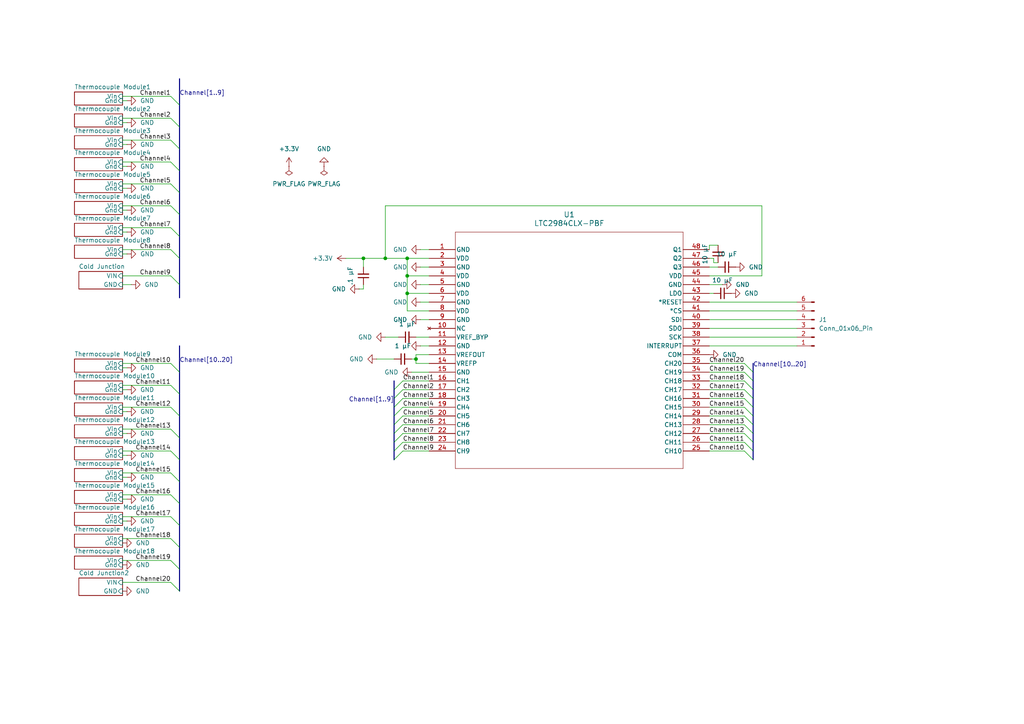
<source format=kicad_sch>
(kicad_sch
	(version 20250114)
	(generator "eeschema")
	(generator_version "9.0")
	(uuid "fa9dc022-1312-44b0-9fb7-b3fdf624cd97")
	(paper "A4")
	(lib_symbols
		(symbol "2026-02-16_21-26-00:LTC2984CLX-PBF"
			(pin_names
				(offset 0.254)
			)
			(exclude_from_sim no)
			(in_bom yes)
			(on_board yes)
			(property "Reference" "U"
				(at 40.64 10.16 0)
				(effects
					(font
						(size 1.524 1.524)
					)
				)
			)
			(property "Value" "LTC2984CLX-PBF"
				(at 40.64 7.62 0)
				(effects
					(font
						(size 1.524 1.524)
					)
				)
			)
			(property "Footprint" "LQFP-48_LX_LIT"
				(at 0 0 0)
				(effects
					(font
						(size 1.27 1.27)
						(italic yes)
					)
					(hide yes)
				)
			)
			(property "Datasheet" "https://www.analog.com/media/en/technical-documentation/data-sheets/2984fb.pdf"
				(at 0 0 0)
				(effects
					(font
						(size 1.27 1.27)
						(italic yes)
					)
					(hide yes)
				)
			)
			(property "Description" ""
				(at 0 0 0)
				(effects
					(font
						(size 1.27 1.27)
					)
					(hide yes)
				)
			)
			(property "ki_locked" ""
				(at 0 0 0)
				(effects
					(font
						(size 1.27 1.27)
					)
				)
			)
			(property "ki_keywords" "LTC2984CLX#PBF"
				(at 0 0 0)
				(effects
					(font
						(size 1.27 1.27)
					)
					(hide yes)
				)
			)
			(property "ki_fp_filters" "LQFP-48_LX_LIT LQFP-48_LX_LIT-M LQFP-48_LX_LIT-L"
				(at 0 0 0)
				(effects
					(font
						(size 1.27 1.27)
					)
					(hide yes)
				)
			)
			(symbol "LTC2984CLX-PBF_0_1"
				(polyline
					(pts
						(xy 7.62 5.08) (xy 7.62 -63.5)
					)
					(stroke
						(width 0.127)
						(type default)
					)
					(fill
						(type none)
					)
				)
				(polyline
					(pts
						(xy 7.62 -63.5) (xy 73.66 -63.5)
					)
					(stroke
						(width 0.127)
						(type default)
					)
					(fill
						(type none)
					)
				)
				(polyline
					(pts
						(xy 73.66 5.08) (xy 7.62 5.08)
					)
					(stroke
						(width 0.127)
						(type default)
					)
					(fill
						(type none)
					)
				)
				(polyline
					(pts
						(xy 73.66 -63.5) (xy 73.66 5.08)
					)
					(stroke
						(width 0.127)
						(type default)
					)
					(fill
						(type none)
					)
				)
				(pin power_in line
					(at 0 0 0)
					(length 7.62)
					(name "GND"
						(effects
							(font
								(size 1.27 1.27)
							)
						)
					)
					(number "1"
						(effects
							(font
								(size 1.27 1.27)
							)
						)
					)
				)
				(pin power_in line
					(at 0 -2.54 0)
					(length 7.62)
					(name "VDD"
						(effects
							(font
								(size 1.27 1.27)
							)
						)
					)
					(number "2"
						(effects
							(font
								(size 1.27 1.27)
							)
						)
					)
				)
				(pin power_in line
					(at 0 -5.08 0)
					(length 7.62)
					(name "GND"
						(effects
							(font
								(size 1.27 1.27)
							)
						)
					)
					(number "3"
						(effects
							(font
								(size 1.27 1.27)
							)
						)
					)
				)
				(pin power_in line
					(at 0 -7.62 0)
					(length 7.62)
					(name "VDD"
						(effects
							(font
								(size 1.27 1.27)
							)
						)
					)
					(number "4"
						(effects
							(font
								(size 1.27 1.27)
							)
						)
					)
				)
				(pin power_in line
					(at 0 -10.16 0)
					(length 7.62)
					(name "GND"
						(effects
							(font
								(size 1.27 1.27)
							)
						)
					)
					(number "5"
						(effects
							(font
								(size 1.27 1.27)
							)
						)
					)
				)
				(pin power_in line
					(at 0 -12.7 0)
					(length 7.62)
					(name "VDD"
						(effects
							(font
								(size 1.27 1.27)
							)
						)
					)
					(number "6"
						(effects
							(font
								(size 1.27 1.27)
							)
						)
					)
				)
				(pin power_in line
					(at 0 -15.24 0)
					(length 7.62)
					(name "GND"
						(effects
							(font
								(size 1.27 1.27)
							)
						)
					)
					(number "7"
						(effects
							(font
								(size 1.27 1.27)
							)
						)
					)
				)
				(pin power_in line
					(at 0 -17.78 0)
					(length 7.62)
					(name "VDD"
						(effects
							(font
								(size 1.27 1.27)
							)
						)
					)
					(number "8"
						(effects
							(font
								(size 1.27 1.27)
							)
						)
					)
				)
				(pin power_in line
					(at 0 -20.32 0)
					(length 7.62)
					(name "GND"
						(effects
							(font
								(size 1.27 1.27)
							)
						)
					)
					(number "9"
						(effects
							(font
								(size 1.27 1.27)
							)
						)
					)
				)
				(pin no_connect line
					(at 0 -22.86 0)
					(length 7.62)
					(name "NC"
						(effects
							(font
								(size 1.27 1.27)
							)
						)
					)
					(number "10"
						(effects
							(font
								(size 1.27 1.27)
							)
						)
					)
				)
				(pin power_in line
					(at 0 -25.4 0)
					(length 7.62)
					(name "VREF_BYP"
						(effects
							(font
								(size 1.27 1.27)
							)
						)
					)
					(number "11"
						(effects
							(font
								(size 1.27 1.27)
							)
						)
					)
				)
				(pin power_in line
					(at 0 -27.94 0)
					(length 7.62)
					(name "GND"
						(effects
							(font
								(size 1.27 1.27)
							)
						)
					)
					(number "12"
						(effects
							(font
								(size 1.27 1.27)
							)
						)
					)
				)
				(pin output line
					(at 0 -30.48 0)
					(length 7.62)
					(name "VREFOUT"
						(effects
							(font
								(size 1.27 1.27)
							)
						)
					)
					(number "13"
						(effects
							(font
								(size 1.27 1.27)
							)
						)
					)
				)
				(pin input line
					(at 0 -33.02 0)
					(length 7.62)
					(name "VREFP"
						(effects
							(font
								(size 1.27 1.27)
							)
						)
					)
					(number "14"
						(effects
							(font
								(size 1.27 1.27)
							)
						)
					)
				)
				(pin power_in line
					(at 0 -35.56 0)
					(length 7.62)
					(name "GND"
						(effects
							(font
								(size 1.27 1.27)
							)
						)
					)
					(number "15"
						(effects
							(font
								(size 1.27 1.27)
							)
						)
					)
				)
				(pin input line
					(at 0 -38.1 0)
					(length 7.62)
					(name "CH1"
						(effects
							(font
								(size 1.27 1.27)
							)
						)
					)
					(number "16"
						(effects
							(font
								(size 1.27 1.27)
							)
						)
					)
				)
				(pin input line
					(at 0 -40.64 0)
					(length 7.62)
					(name "CH2"
						(effects
							(font
								(size 1.27 1.27)
							)
						)
					)
					(number "17"
						(effects
							(font
								(size 1.27 1.27)
							)
						)
					)
				)
				(pin input line
					(at 0 -43.18 0)
					(length 7.62)
					(name "CH3"
						(effects
							(font
								(size 1.27 1.27)
							)
						)
					)
					(number "18"
						(effects
							(font
								(size 1.27 1.27)
							)
						)
					)
				)
				(pin input line
					(at 0 -45.72 0)
					(length 7.62)
					(name "CH4"
						(effects
							(font
								(size 1.27 1.27)
							)
						)
					)
					(number "19"
						(effects
							(font
								(size 1.27 1.27)
							)
						)
					)
				)
				(pin input line
					(at 0 -48.26 0)
					(length 7.62)
					(name "CH5"
						(effects
							(font
								(size 1.27 1.27)
							)
						)
					)
					(number "20"
						(effects
							(font
								(size 1.27 1.27)
							)
						)
					)
				)
				(pin input line
					(at 0 -50.8 0)
					(length 7.62)
					(name "CH6"
						(effects
							(font
								(size 1.27 1.27)
							)
						)
					)
					(number "21"
						(effects
							(font
								(size 1.27 1.27)
							)
						)
					)
				)
				(pin input line
					(at 0 -53.34 0)
					(length 7.62)
					(name "CH7"
						(effects
							(font
								(size 1.27 1.27)
							)
						)
					)
					(number "22"
						(effects
							(font
								(size 1.27 1.27)
							)
						)
					)
				)
				(pin input line
					(at 0 -55.88 0)
					(length 7.62)
					(name "CH8"
						(effects
							(font
								(size 1.27 1.27)
							)
						)
					)
					(number "23"
						(effects
							(font
								(size 1.27 1.27)
							)
						)
					)
				)
				(pin input line
					(at 0 -58.42 0)
					(length 7.62)
					(name "CH9"
						(effects
							(font
								(size 1.27 1.27)
							)
						)
					)
					(number "24"
						(effects
							(font
								(size 1.27 1.27)
							)
						)
					)
				)
				(pin unspecified line
					(at 81.28 0 180)
					(length 7.62)
					(name "Q1"
						(effects
							(font
								(size 1.27 1.27)
							)
						)
					)
					(number "48"
						(effects
							(font
								(size 1.27 1.27)
							)
						)
					)
				)
				(pin unspecified line
					(at 81.28 -2.54 180)
					(length 7.62)
					(name "Q2"
						(effects
							(font
								(size 1.27 1.27)
							)
						)
					)
					(number "47"
						(effects
							(font
								(size 1.27 1.27)
							)
						)
					)
				)
				(pin unspecified line
					(at 81.28 -5.08 180)
					(length 7.62)
					(name "Q3"
						(effects
							(font
								(size 1.27 1.27)
							)
						)
					)
					(number "46"
						(effects
							(font
								(size 1.27 1.27)
							)
						)
					)
				)
				(pin power_in line
					(at 81.28 -7.62 180)
					(length 7.62)
					(name "VDD"
						(effects
							(font
								(size 1.27 1.27)
							)
						)
					)
					(number "45"
						(effects
							(font
								(size 1.27 1.27)
							)
						)
					)
				)
				(pin power_in line
					(at 81.28 -10.16 180)
					(length 7.62)
					(name "GND"
						(effects
							(font
								(size 1.27 1.27)
							)
						)
					)
					(number "44"
						(effects
							(font
								(size 1.27 1.27)
							)
						)
					)
				)
				(pin output line
					(at 81.28 -12.7 180)
					(length 7.62)
					(name "LDO"
						(effects
							(font
								(size 1.27 1.27)
							)
						)
					)
					(number "43"
						(effects
							(font
								(size 1.27 1.27)
							)
						)
					)
				)
				(pin unspecified line
					(at 81.28 -15.24 180)
					(length 7.62)
					(name "*RESET"
						(effects
							(font
								(size 1.27 1.27)
							)
						)
					)
					(number "42"
						(effects
							(font
								(size 1.27 1.27)
							)
						)
					)
				)
				(pin bidirectional line
					(at 81.28 -17.78 180)
					(length 7.62)
					(name "*CS"
						(effects
							(font
								(size 1.27 1.27)
							)
						)
					)
					(number "41"
						(effects
							(font
								(size 1.27 1.27)
							)
						)
					)
				)
				(pin input line
					(at 81.28 -20.32 180)
					(length 7.62)
					(name "SDI"
						(effects
							(font
								(size 1.27 1.27)
							)
						)
					)
					(number "40"
						(effects
							(font
								(size 1.27 1.27)
							)
						)
					)
				)
				(pin output line
					(at 81.28 -22.86 180)
					(length 7.62)
					(name "SDO"
						(effects
							(font
								(size 1.27 1.27)
							)
						)
					)
					(number "39"
						(effects
							(font
								(size 1.27 1.27)
							)
						)
					)
				)
				(pin unspecified line
					(at 81.28 -25.4 180)
					(length 7.62)
					(name "SCK"
						(effects
							(font
								(size 1.27 1.27)
							)
						)
					)
					(number "38"
						(effects
							(font
								(size 1.27 1.27)
							)
						)
					)
				)
				(pin output line
					(at 81.28 -27.94 180)
					(length 7.62)
					(name "INTERRUPT"
						(effects
							(font
								(size 1.27 1.27)
							)
						)
					)
					(number "37"
						(effects
							(font
								(size 1.27 1.27)
							)
						)
					)
				)
				(pin input line
					(at 81.28 -30.48 180)
					(length 7.62)
					(name "COM"
						(effects
							(font
								(size 1.27 1.27)
							)
						)
					)
					(number "36"
						(effects
							(font
								(size 1.27 1.27)
							)
						)
					)
				)
				(pin input line
					(at 81.28 -33.02 180)
					(length 7.62)
					(name "CH20"
						(effects
							(font
								(size 1.27 1.27)
							)
						)
					)
					(number "35"
						(effects
							(font
								(size 1.27 1.27)
							)
						)
					)
				)
				(pin input line
					(at 81.28 -35.56 180)
					(length 7.62)
					(name "CH19"
						(effects
							(font
								(size 1.27 1.27)
							)
						)
					)
					(number "34"
						(effects
							(font
								(size 1.27 1.27)
							)
						)
					)
				)
				(pin input line
					(at 81.28 -38.1 180)
					(length 7.62)
					(name "CH18"
						(effects
							(font
								(size 1.27 1.27)
							)
						)
					)
					(number "33"
						(effects
							(font
								(size 1.27 1.27)
							)
						)
					)
				)
				(pin input line
					(at 81.28 -40.64 180)
					(length 7.62)
					(name "CH17"
						(effects
							(font
								(size 1.27 1.27)
							)
						)
					)
					(number "32"
						(effects
							(font
								(size 1.27 1.27)
							)
						)
					)
				)
				(pin input line
					(at 81.28 -43.18 180)
					(length 7.62)
					(name "CH16"
						(effects
							(font
								(size 1.27 1.27)
							)
						)
					)
					(number "31"
						(effects
							(font
								(size 1.27 1.27)
							)
						)
					)
				)
				(pin input line
					(at 81.28 -45.72 180)
					(length 7.62)
					(name "CH15"
						(effects
							(font
								(size 1.27 1.27)
							)
						)
					)
					(number "30"
						(effects
							(font
								(size 1.27 1.27)
							)
						)
					)
				)
				(pin input line
					(at 81.28 -48.26 180)
					(length 7.62)
					(name "CH14"
						(effects
							(font
								(size 1.27 1.27)
							)
						)
					)
					(number "29"
						(effects
							(font
								(size 1.27 1.27)
							)
						)
					)
				)
				(pin input line
					(at 81.28 -50.8 180)
					(length 7.62)
					(name "CH13"
						(effects
							(font
								(size 1.27 1.27)
							)
						)
					)
					(number "28"
						(effects
							(font
								(size 1.27 1.27)
							)
						)
					)
				)
				(pin input line
					(at 81.28 -53.34 180)
					(length 7.62)
					(name "CH12"
						(effects
							(font
								(size 1.27 1.27)
							)
						)
					)
					(number "27"
						(effects
							(font
								(size 1.27 1.27)
							)
						)
					)
				)
				(pin input line
					(at 81.28 -55.88 180)
					(length 7.62)
					(name "CH11"
						(effects
							(font
								(size 1.27 1.27)
							)
						)
					)
					(number "26"
						(effects
							(font
								(size 1.27 1.27)
							)
						)
					)
				)
				(pin input line
					(at 81.28 -58.42 180)
					(length 7.62)
					(name "CH10"
						(effects
							(font
								(size 1.27 1.27)
							)
						)
					)
					(number "25"
						(effects
							(font
								(size 1.27 1.27)
							)
						)
					)
				)
			)
			(embedded_fonts no)
		)
		(symbol "Connector:Conn_01x06_Pin"
			(pin_names
				(offset 1.016)
				(hide yes)
			)
			(exclude_from_sim no)
			(in_bom yes)
			(on_board yes)
			(property "Reference" "J"
				(at 0 7.62 0)
				(effects
					(font
						(size 1.27 1.27)
					)
				)
			)
			(property "Value" "Conn_01x06_Pin"
				(at 0 -10.16 0)
				(effects
					(font
						(size 1.27 1.27)
					)
				)
			)
			(property "Footprint" ""
				(at 0 0 0)
				(effects
					(font
						(size 1.27 1.27)
					)
					(hide yes)
				)
			)
			(property "Datasheet" "~"
				(at 0 0 0)
				(effects
					(font
						(size 1.27 1.27)
					)
					(hide yes)
				)
			)
			(property "Description" "Generic connector, single row, 01x06, script generated"
				(at 0 0 0)
				(effects
					(font
						(size 1.27 1.27)
					)
					(hide yes)
				)
			)
			(property "ki_locked" ""
				(at 0 0 0)
				(effects
					(font
						(size 1.27 1.27)
					)
				)
			)
			(property "ki_keywords" "connector"
				(at 0 0 0)
				(effects
					(font
						(size 1.27 1.27)
					)
					(hide yes)
				)
			)
			(property "ki_fp_filters" "Connector*:*_1x??_*"
				(at 0 0 0)
				(effects
					(font
						(size 1.27 1.27)
					)
					(hide yes)
				)
			)
			(symbol "Conn_01x06_Pin_1_1"
				(rectangle
					(start 0.8636 5.207)
					(end 0 4.953)
					(stroke
						(width 0.1524)
						(type default)
					)
					(fill
						(type outline)
					)
				)
				(rectangle
					(start 0.8636 2.667)
					(end 0 2.413)
					(stroke
						(width 0.1524)
						(type default)
					)
					(fill
						(type outline)
					)
				)
				(rectangle
					(start 0.8636 0.127)
					(end 0 -0.127)
					(stroke
						(width 0.1524)
						(type default)
					)
					(fill
						(type outline)
					)
				)
				(rectangle
					(start 0.8636 -2.413)
					(end 0 -2.667)
					(stroke
						(width 0.1524)
						(type default)
					)
					(fill
						(type outline)
					)
				)
				(rectangle
					(start 0.8636 -4.953)
					(end 0 -5.207)
					(stroke
						(width 0.1524)
						(type default)
					)
					(fill
						(type outline)
					)
				)
				(rectangle
					(start 0.8636 -7.493)
					(end 0 -7.747)
					(stroke
						(width 0.1524)
						(type default)
					)
					(fill
						(type outline)
					)
				)
				(polyline
					(pts
						(xy 1.27 5.08) (xy 0.8636 5.08)
					)
					(stroke
						(width 0.1524)
						(type default)
					)
					(fill
						(type none)
					)
				)
				(polyline
					(pts
						(xy 1.27 2.54) (xy 0.8636 2.54)
					)
					(stroke
						(width 0.1524)
						(type default)
					)
					(fill
						(type none)
					)
				)
				(polyline
					(pts
						(xy 1.27 0) (xy 0.8636 0)
					)
					(stroke
						(width 0.1524)
						(type default)
					)
					(fill
						(type none)
					)
				)
				(polyline
					(pts
						(xy 1.27 -2.54) (xy 0.8636 -2.54)
					)
					(stroke
						(width 0.1524)
						(type default)
					)
					(fill
						(type none)
					)
				)
				(polyline
					(pts
						(xy 1.27 -5.08) (xy 0.8636 -5.08)
					)
					(stroke
						(width 0.1524)
						(type default)
					)
					(fill
						(type none)
					)
				)
				(polyline
					(pts
						(xy 1.27 -7.62) (xy 0.8636 -7.62)
					)
					(stroke
						(width 0.1524)
						(type default)
					)
					(fill
						(type none)
					)
				)
				(pin passive line
					(at 5.08 5.08 180)
					(length 3.81)
					(name "Pin_1"
						(effects
							(font
								(size 1.27 1.27)
							)
						)
					)
					(number "1"
						(effects
							(font
								(size 1.27 1.27)
							)
						)
					)
				)
				(pin passive line
					(at 5.08 2.54 180)
					(length 3.81)
					(name "Pin_2"
						(effects
							(font
								(size 1.27 1.27)
							)
						)
					)
					(number "2"
						(effects
							(font
								(size 1.27 1.27)
							)
						)
					)
				)
				(pin passive line
					(at 5.08 0 180)
					(length 3.81)
					(name "Pin_3"
						(effects
							(font
								(size 1.27 1.27)
							)
						)
					)
					(number "3"
						(effects
							(font
								(size 1.27 1.27)
							)
						)
					)
				)
				(pin passive line
					(at 5.08 -2.54 180)
					(length 3.81)
					(name "Pin_4"
						(effects
							(font
								(size 1.27 1.27)
							)
						)
					)
					(number "4"
						(effects
							(font
								(size 1.27 1.27)
							)
						)
					)
				)
				(pin passive line
					(at 5.08 -5.08 180)
					(length 3.81)
					(name "Pin_5"
						(effects
							(font
								(size 1.27 1.27)
							)
						)
					)
					(number "5"
						(effects
							(font
								(size 1.27 1.27)
							)
						)
					)
				)
				(pin passive line
					(at 5.08 -7.62 180)
					(length 3.81)
					(name "Pin_6"
						(effects
							(font
								(size 1.27 1.27)
							)
						)
					)
					(number "6"
						(effects
							(font
								(size 1.27 1.27)
							)
						)
					)
				)
			)
			(embedded_fonts no)
		)
		(symbol "Device:C_Small"
			(pin_numbers
				(hide yes)
			)
			(pin_names
				(offset 0.254)
				(hide yes)
			)
			(exclude_from_sim no)
			(in_bom yes)
			(on_board yes)
			(property "Reference" "C"
				(at 0.254 1.778 0)
				(effects
					(font
						(size 1.27 1.27)
					)
					(justify left)
				)
			)
			(property "Value" "C_Small"
				(at 0.254 -2.032 0)
				(effects
					(font
						(size 1.27 1.27)
					)
					(justify left)
				)
			)
			(property "Footprint" ""
				(at 0 0 0)
				(effects
					(font
						(size 1.27 1.27)
					)
					(hide yes)
				)
			)
			(property "Datasheet" "~"
				(at 0 0 0)
				(effects
					(font
						(size 1.27 1.27)
					)
					(hide yes)
				)
			)
			(property "Description" "Unpolarized capacitor, small symbol"
				(at 0 0 0)
				(effects
					(font
						(size 1.27 1.27)
					)
					(hide yes)
				)
			)
			(property "ki_keywords" "capacitor cap"
				(at 0 0 0)
				(effects
					(font
						(size 1.27 1.27)
					)
					(hide yes)
				)
			)
			(property "ki_fp_filters" "C_*"
				(at 0 0 0)
				(effects
					(font
						(size 1.27 1.27)
					)
					(hide yes)
				)
			)
			(symbol "C_Small_0_1"
				(polyline
					(pts
						(xy -1.524 0.508) (xy 1.524 0.508)
					)
					(stroke
						(width 0.3048)
						(type default)
					)
					(fill
						(type none)
					)
				)
				(polyline
					(pts
						(xy -1.524 -0.508) (xy 1.524 -0.508)
					)
					(stroke
						(width 0.3302)
						(type default)
					)
					(fill
						(type none)
					)
				)
			)
			(symbol "C_Small_1_1"
				(pin passive line
					(at 0 2.54 270)
					(length 2.032)
					(name "~"
						(effects
							(font
								(size 1.27 1.27)
							)
						)
					)
					(number "1"
						(effects
							(font
								(size 1.27 1.27)
							)
						)
					)
				)
				(pin passive line
					(at 0 -2.54 90)
					(length 2.032)
					(name "~"
						(effects
							(font
								(size 1.27 1.27)
							)
						)
					)
					(number "2"
						(effects
							(font
								(size 1.27 1.27)
							)
						)
					)
				)
			)
			(embedded_fonts no)
		)
		(symbol "power:+3.3V"
			(power)
			(pin_numbers
				(hide yes)
			)
			(pin_names
				(offset 0)
				(hide yes)
			)
			(exclude_from_sim no)
			(in_bom yes)
			(on_board yes)
			(property "Reference" "#PWR"
				(at 0 -3.81 0)
				(effects
					(font
						(size 1.27 1.27)
					)
					(hide yes)
				)
			)
			(property "Value" "+3.3V"
				(at 0 3.556 0)
				(effects
					(font
						(size 1.27 1.27)
					)
				)
			)
			(property "Footprint" ""
				(at 0 0 0)
				(effects
					(font
						(size 1.27 1.27)
					)
					(hide yes)
				)
			)
			(property "Datasheet" ""
				(at 0 0 0)
				(effects
					(font
						(size 1.27 1.27)
					)
					(hide yes)
				)
			)
			(property "Description" "Power symbol creates a global label with name \"+3.3V\""
				(at 0 0 0)
				(effects
					(font
						(size 1.27 1.27)
					)
					(hide yes)
				)
			)
			(property "ki_keywords" "global power"
				(at 0 0 0)
				(effects
					(font
						(size 1.27 1.27)
					)
					(hide yes)
				)
			)
			(symbol "+3.3V_0_1"
				(polyline
					(pts
						(xy -0.762 1.27) (xy 0 2.54)
					)
					(stroke
						(width 0)
						(type default)
					)
					(fill
						(type none)
					)
				)
				(polyline
					(pts
						(xy 0 2.54) (xy 0.762 1.27)
					)
					(stroke
						(width 0)
						(type default)
					)
					(fill
						(type none)
					)
				)
				(polyline
					(pts
						(xy 0 0) (xy 0 2.54)
					)
					(stroke
						(width 0)
						(type default)
					)
					(fill
						(type none)
					)
				)
			)
			(symbol "+3.3V_1_1"
				(pin power_in line
					(at 0 0 90)
					(length 0)
					(name "~"
						(effects
							(font
								(size 1.27 1.27)
							)
						)
					)
					(number "1"
						(effects
							(font
								(size 1.27 1.27)
							)
						)
					)
				)
			)
			(embedded_fonts no)
		)
		(symbol "power:GND"
			(power)
			(pin_numbers
				(hide yes)
			)
			(pin_names
				(offset 0)
				(hide yes)
			)
			(exclude_from_sim no)
			(in_bom yes)
			(on_board yes)
			(property "Reference" "#PWR"
				(at 0 -6.35 0)
				(effects
					(font
						(size 1.27 1.27)
					)
					(hide yes)
				)
			)
			(property "Value" "GND"
				(at 0 -3.81 0)
				(effects
					(font
						(size 1.27 1.27)
					)
				)
			)
			(property "Footprint" ""
				(at 0 0 0)
				(effects
					(font
						(size 1.27 1.27)
					)
					(hide yes)
				)
			)
			(property "Datasheet" ""
				(at 0 0 0)
				(effects
					(font
						(size 1.27 1.27)
					)
					(hide yes)
				)
			)
			(property "Description" "Power symbol creates a global label with name \"GND\" , ground"
				(at 0 0 0)
				(effects
					(font
						(size 1.27 1.27)
					)
					(hide yes)
				)
			)
			(property "ki_keywords" "global power"
				(at 0 0 0)
				(effects
					(font
						(size 1.27 1.27)
					)
					(hide yes)
				)
			)
			(symbol "GND_0_1"
				(polyline
					(pts
						(xy 0 0) (xy 0 -1.27) (xy 1.27 -1.27) (xy 0 -2.54) (xy -1.27 -1.27) (xy 0 -1.27)
					)
					(stroke
						(width 0)
						(type default)
					)
					(fill
						(type none)
					)
				)
			)
			(symbol "GND_1_1"
				(pin power_in line
					(at 0 0 270)
					(length 0)
					(name "~"
						(effects
							(font
								(size 1.27 1.27)
							)
						)
					)
					(number "1"
						(effects
							(font
								(size 1.27 1.27)
							)
						)
					)
				)
			)
			(embedded_fonts no)
		)
		(symbol "power:PWR_FLAG"
			(power)
			(pin_numbers
				(hide yes)
			)
			(pin_names
				(offset 0)
				(hide yes)
			)
			(exclude_from_sim no)
			(in_bom yes)
			(on_board yes)
			(property "Reference" "#FLG"
				(at 0 1.905 0)
				(effects
					(font
						(size 1.27 1.27)
					)
					(hide yes)
				)
			)
			(property "Value" "PWR_FLAG"
				(at 0 3.81 0)
				(effects
					(font
						(size 1.27 1.27)
					)
				)
			)
			(property "Footprint" ""
				(at 0 0 0)
				(effects
					(font
						(size 1.27 1.27)
					)
					(hide yes)
				)
			)
			(property "Datasheet" "~"
				(at 0 0 0)
				(effects
					(font
						(size 1.27 1.27)
					)
					(hide yes)
				)
			)
			(property "Description" "Special symbol for telling ERC where power comes from"
				(at 0 0 0)
				(effects
					(font
						(size 1.27 1.27)
					)
					(hide yes)
				)
			)
			(property "ki_keywords" "flag power"
				(at 0 0 0)
				(effects
					(font
						(size 1.27 1.27)
					)
					(hide yes)
				)
			)
			(symbol "PWR_FLAG_0_0"
				(pin power_out line
					(at 0 0 90)
					(length 0)
					(name "~"
						(effects
							(font
								(size 1.27 1.27)
							)
						)
					)
					(number "1"
						(effects
							(font
								(size 1.27 1.27)
							)
						)
					)
				)
			)
			(symbol "PWR_FLAG_0_1"
				(polyline
					(pts
						(xy 0 0) (xy 0 1.27) (xy -1.016 1.905) (xy 0 2.54) (xy 1.016 1.905) (xy 0 1.27)
					)
					(stroke
						(width 0)
						(type default)
					)
					(fill
						(type none)
					)
				)
			)
			(embedded_fonts no)
		)
	)
	(junction
		(at 118.11 80.01)
		(diameter 0)
		(color 0 0 0 0)
		(uuid "27ae65da-c98f-44df-b670-69322e57ec6a")
	)
	(junction
		(at 105.41 74.93)
		(diameter 0)
		(color 0 0 0 0)
		(uuid "78ad968d-2c23-4228-85e2-5fdd00b34564")
	)
	(junction
		(at 120.65 104.14)
		(diameter 0)
		(color 0 0 0 0)
		(uuid "8f08d050-32be-483e-bffa-d69d802ceb0f")
	)
	(junction
		(at 118.11 74.93)
		(diameter 0)
		(color 0 0 0 0)
		(uuid "af680c0f-8e94-4bc2-8d87-f34058a5906a")
	)
	(junction
		(at 111.76 74.93)
		(diameter 0)
		(color 0 0 0 0)
		(uuid "c9c9306f-e1be-4049-aaa6-6d63dfb2bc7d")
	)
	(junction
		(at 118.11 85.09)
		(diameter 0)
		(color 0 0 0 0)
		(uuid "e9cd6de0-30c4-4cc9-afe3-2b991f57cfd0")
	)
	(bus_entry
		(at 52.07 146.05)
		(size -2.54 -2.54)
		(stroke
			(width 0)
			(type default)
		)
		(uuid "04b36c3a-b455-4f80-98e9-c06f2d7a0fe3")
	)
	(bus_entry
		(at 52.07 107.95)
		(size -2.54 -2.54)
		(stroke
			(width 0)
			(type default)
		)
		(uuid "0991f582-227f-4989-b5b1-130dd12469d4")
	)
	(bus_entry
		(at 52.07 82.55)
		(size -2.54 -2.54)
		(stroke
			(width 0)
			(type default)
		)
		(uuid "0b3e28bc-8d8c-451b-8cfb-d8572974dbd6")
	)
	(bus_entry
		(at 52.07 114.3)
		(size -2.54 -2.54)
		(stroke
			(width 0)
			(type default)
		)
		(uuid "0c818780-c176-42e8-b222-f21bfcb872b7")
	)
	(bus_entry
		(at 218.44 118.11)
		(size -2.54 -2.54)
		(stroke
			(width 0)
			(type default)
		)
		(uuid "138ab683-6adc-477f-a74f-a663778be83f")
	)
	(bus_entry
		(at 52.07 55.88)
		(size -2.54 -2.54)
		(stroke
			(width 0)
			(type default)
		)
		(uuid "19386315-912a-4d6a-bc00-6ebd3e7e25ac")
	)
	(bus_entry
		(at 218.44 130.81)
		(size -2.54 -2.54)
		(stroke
			(width 0)
			(type default)
		)
		(uuid "216c3cd1-b677-4a88-9fd7-2d05336282f6")
	)
	(bus_entry
		(at 52.07 43.18)
		(size -2.54 -2.54)
		(stroke
			(width 0)
			(type default)
		)
		(uuid "23fc0508-4cb5-4f0f-9933-bfdc611f8980")
	)
	(bus_entry
		(at 52.07 36.83)
		(size -2.54 -2.54)
		(stroke
			(width 0)
			(type default)
		)
		(uuid "24a9b13d-63bb-4ed2-a67e-baebcd947dc4")
	)
	(bus_entry
		(at 218.44 115.57)
		(size -2.54 -2.54)
		(stroke
			(width 0)
			(type default)
		)
		(uuid "27a97e7f-7e01-4f8e-8a47-15a72156c47e")
	)
	(bus_entry
		(at 52.07 152.4)
		(size -2.54 -2.54)
		(stroke
			(width 0)
			(type default)
		)
		(uuid "2e04ff2b-c08d-4e07-bb9d-ef09975f3aa4")
	)
	(bus_entry
		(at 218.44 123.19)
		(size -2.54 -2.54)
		(stroke
			(width 0)
			(type default)
		)
		(uuid "3bcabf82-67bc-4f3e-9245-77d7fcd26e24")
	)
	(bus_entry
		(at 52.07 120.65)
		(size -2.54 -2.54)
		(stroke
			(width 0)
			(type default)
		)
		(uuid "4f7136eb-4e1c-4073-961a-df85ac20e3d2")
	)
	(bus_entry
		(at 114.3 128.27)
		(size 2.54 -2.54)
		(stroke
			(width 0)
			(type default)
		)
		(uuid "50a2f420-999a-45d2-b867-4375989ff80c")
	)
	(bus_entry
		(at 52.07 74.93)
		(size -2.54 -2.54)
		(stroke
			(width 0)
			(type default)
		)
		(uuid "558e1c2f-c636-4ee4-8a0a-a8907b5dd59c")
	)
	(bus_entry
		(at 218.44 125.73)
		(size -2.54 -2.54)
		(stroke
			(width 0)
			(type default)
		)
		(uuid "741fc0e4-c666-4cff-9ddc-7d728c877ce9")
	)
	(bus_entry
		(at 52.07 62.23)
		(size -2.54 -2.54)
		(stroke
			(width 0)
			(type default)
		)
		(uuid "83c0db5a-a79e-4621-ad2f-74f363df2e66")
	)
	(bus_entry
		(at 114.3 130.81)
		(size 2.54 -2.54)
		(stroke
			(width 0)
			(type default)
		)
		(uuid "914a9cf1-88e4-49f6-b9b3-1e4061e31497")
	)
	(bus_entry
		(at 114.3 123.19)
		(size 2.54 -2.54)
		(stroke
			(width 0)
			(type default)
		)
		(uuid "a14b4343-621d-41fc-af9e-e7c2c756a39b")
	)
	(bus_entry
		(at 52.07 68.58)
		(size -2.54 -2.54)
		(stroke
			(width 0)
			(type default)
		)
		(uuid "a32be153-8606-42d8-baac-335a9a0c1f04")
	)
	(bus_entry
		(at 52.07 133.35)
		(size -2.54 -2.54)
		(stroke
			(width 0)
			(type default)
		)
		(uuid "ab612bd6-94ec-4e1b-96f8-1be38951a7af")
	)
	(bus_entry
		(at 114.3 120.65)
		(size 2.54 -2.54)
		(stroke
			(width 0)
			(type default)
		)
		(uuid "ad247270-9293-425f-82b8-2eb9661a4a35")
	)
	(bus_entry
		(at 218.44 107.95)
		(size -2.54 -2.54)
		(stroke
			(width 0)
			(type default)
		)
		(uuid "afda9dcf-9205-4d30-8acb-353ea65df2d9")
	)
	(bus_entry
		(at 114.3 125.73)
		(size 2.54 -2.54)
		(stroke
			(width 0)
			(type default)
		)
		(uuid "b44390bd-79a3-4150-8be8-b5b1cfb3a674")
	)
	(bus_entry
		(at 52.07 49.53)
		(size -2.54 -2.54)
		(stroke
			(width 0)
			(type default)
		)
		(uuid "bad35790-1169-4934-8a40-9cba5c9108e3")
	)
	(bus_entry
		(at 52.07 127)
		(size -2.54 -2.54)
		(stroke
			(width 0)
			(type default)
		)
		(uuid "bb2d7a00-216f-457a-8b5a-cb2044d0342b")
	)
	(bus_entry
		(at 218.44 133.35)
		(size -2.54 -2.54)
		(stroke
			(width 0)
			(type default)
		)
		(uuid "bd506756-ea45-4d06-86e9-19c586c86798")
	)
	(bus_entry
		(at 52.07 139.7)
		(size -2.54 -2.54)
		(stroke
			(width 0)
			(type default)
		)
		(uuid "c21ef6a7-8ecb-4d41-ba71-ae9d9bbb8e84")
	)
	(bus_entry
		(at 218.44 120.65)
		(size -2.54 -2.54)
		(stroke
			(width 0)
			(type default)
		)
		(uuid "c4c31c4a-ceb2-4f14-9693-0a65eaa4423b")
	)
	(bus_entry
		(at 218.44 128.27)
		(size -2.54 -2.54)
		(stroke
			(width 0)
			(type default)
		)
		(uuid "cfa0e193-1bcf-4cce-b32c-9b8cd04b6559")
	)
	(bus_entry
		(at 52.07 158.75)
		(size -2.54 -2.54)
		(stroke
			(width 0)
			(type default)
		)
		(uuid "d8eb40db-87a1-4639-bdb1-fe67067326b0")
	)
	(bus_entry
		(at 114.3 115.57)
		(size 2.54 -2.54)
		(stroke
			(width 0)
			(type default)
		)
		(uuid "db00cef3-b438-4237-bd64-436132669924")
	)
	(bus_entry
		(at 52.07 165.1)
		(size -2.54 -2.54)
		(stroke
			(width 0)
			(type default)
		)
		(uuid "e5fe3e50-7bab-4a06-a44b-42c16c0c0963")
	)
	(bus_entry
		(at 114.3 118.11)
		(size 2.54 -2.54)
		(stroke
			(width 0)
			(type default)
		)
		(uuid "e70a3e6f-cc69-4999-b189-1e48fb879eb4")
	)
	(bus_entry
		(at 218.44 110.49)
		(size -2.54 -2.54)
		(stroke
			(width 0)
			(type default)
		)
		(uuid "ec315fdb-7067-4d74-9a8b-ca5760e1436a")
	)
	(bus_entry
		(at 218.44 113.03)
		(size -2.54 -2.54)
		(stroke
			(width 0)
			(type default)
		)
		(uuid "f195b62d-8636-42bb-8bcd-e3e3125c92bd")
	)
	(bus_entry
		(at 114.3 133.35)
		(size 2.54 -2.54)
		(stroke
			(width 0)
			(type default)
		)
		(uuid "f2396403-2346-46cc-abf8-45fb695a2c28")
	)
	(bus_entry
		(at 114.3 113.03)
		(size 2.54 -2.54)
		(stroke
			(width 0)
			(type default)
		)
		(uuid "f63eaf0c-f159-4335-858e-da2ec811f324")
	)
	(bus_entry
		(at 52.07 171.45)
		(size -2.54 -2.54)
		(stroke
			(width 0)
			(type default)
		)
		(uuid "f963efc7-9f57-4202-a55d-3275046760cf")
	)
	(bus_entry
		(at 52.07 30.48)
		(size -2.54 -2.54)
		(stroke
			(width 0)
			(type default)
		)
		(uuid "faa7f1b9-6c6e-40f0-94f1-a7d1c8f3b446")
	)
	(wire
		(pts
			(xy 118.11 74.93) (xy 124.46 74.93)
		)
		(stroke
			(width 0)
			(type default)
		)
		(uuid "0122b166-5ae8-40e6-b2e8-edcdbdb4450f")
	)
	(wire
		(pts
			(xy 105.41 74.93) (xy 105.41 77.47)
		)
		(stroke
			(width 0)
			(type default)
		)
		(uuid "01e9249c-c146-45c5-b7f5-40097c775328")
	)
	(wire
		(pts
			(xy 35.56 105.41) (xy 49.53 105.41)
		)
		(stroke
			(width 0)
			(type default)
		)
		(uuid "023ab433-baa3-4dc3-ad15-549a54b197e8")
	)
	(wire
		(pts
			(xy 118.11 80.01) (xy 118.11 74.93)
		)
		(stroke
			(width 0)
			(type default)
		)
		(uuid "036c1b08-4181-4b8a-8d6e-c475f929c1e1")
	)
	(wire
		(pts
			(xy 205.74 87.63) (xy 231.14 87.63)
		)
		(stroke
			(width 0)
			(type default)
		)
		(uuid "036f7ebf-104f-48e6-9d6d-88fd15bd0702")
	)
	(bus
		(pts
			(xy 218.44 113.03) (xy 218.44 115.57)
		)
		(stroke
			(width 0)
			(type default)
		)
		(uuid "05a9c855-cac2-4dae-ab59-697594a9058a")
	)
	(wire
		(pts
			(xy 121.92 72.39) (xy 124.46 72.39)
		)
		(stroke
			(width 0)
			(type default)
		)
		(uuid "06d76e5d-3f51-418d-a1bb-3e7fa74938cc")
	)
	(wire
		(pts
			(xy 35.56 143.51) (xy 49.53 143.51)
		)
		(stroke
			(width 0)
			(type default)
		)
		(uuid "0987bc26-d042-413e-9058-e4c3fbfa1726")
	)
	(wire
		(pts
			(xy 205.74 72.39) (xy 205.74 71.12)
		)
		(stroke
			(width 0)
			(type default)
		)
		(uuid "0f033c96-ba4a-4c91-a81c-8aa6274300f2")
	)
	(wire
		(pts
			(xy 35.56 162.56) (xy 49.53 162.56)
		)
		(stroke
			(width 0)
			(type default)
		)
		(uuid "1100b965-5493-4bd8-8283-35f3324fb697")
	)
	(bus
		(pts
			(xy 218.44 123.19) (xy 218.44 125.73)
		)
		(stroke
			(width 0)
			(type default)
		)
		(uuid "1164608f-03ad-4be7-88cb-57672991d18e")
	)
	(bus
		(pts
			(xy 52.07 158.75) (xy 52.07 165.1)
		)
		(stroke
			(width 0)
			(type default)
		)
		(uuid "117e39b5-9e07-4b50-8263-157e098012a1")
	)
	(wire
		(pts
			(xy 109.22 104.14) (xy 114.3 104.14)
		)
		(stroke
			(width 0)
			(type default)
		)
		(uuid "147ed26a-90e2-4a93-8957-861c6d8cd547")
	)
	(wire
		(pts
			(xy 116.84 130.81) (xy 124.46 130.81)
		)
		(stroke
			(width 0)
			(type default)
		)
		(uuid "14b719d3-3886-4493-979f-ae6cf7862c49")
	)
	(wire
		(pts
			(xy 121.92 87.63) (xy 124.46 87.63)
		)
		(stroke
			(width 0)
			(type default)
		)
		(uuid "15b347df-d0b5-434f-8cec-12cdde95c4c6")
	)
	(wire
		(pts
			(xy 35.56 59.69) (xy 49.53 59.69)
		)
		(stroke
			(width 0)
			(type default)
		)
		(uuid "18353569-c127-4603-9013-fd7bcc533f2d")
	)
	(wire
		(pts
			(xy 121.92 82.55) (xy 124.46 82.55)
		)
		(stroke
			(width 0)
			(type default)
		)
		(uuid "189be464-c20e-4b6b-8f49-0570986465d9")
	)
	(wire
		(pts
			(xy 35.56 29.21) (xy 36.83 29.21)
		)
		(stroke
			(width 0)
			(type default)
		)
		(uuid "18d2b507-bff3-474f-86c2-e6e465c7d90c")
	)
	(bus
		(pts
			(xy 52.07 62.23) (xy 52.07 68.58)
		)
		(stroke
			(width 0)
			(type default)
		)
		(uuid "1b3a730d-5c07-4e84-b583-848867eaca79")
	)
	(wire
		(pts
			(xy 35.56 27.94) (xy 49.53 27.94)
		)
		(stroke
			(width 0)
			(type default)
		)
		(uuid "1ecf315c-580a-4712-a265-6b58fc97e495")
	)
	(bus
		(pts
			(xy 218.44 107.95) (xy 218.44 110.49)
		)
		(stroke
			(width 0)
			(type default)
		)
		(uuid "1f508a59-b101-4681-9bf9-5e331e0b6c08")
	)
	(wire
		(pts
			(xy 35.56 113.03) (xy 36.83 113.03)
		)
		(stroke
			(width 0)
			(type default)
		)
		(uuid "1f588fd3-ae9b-4b56-9eda-ac3d6bc1b1a6")
	)
	(wire
		(pts
			(xy 116.84 120.65) (xy 124.46 120.65)
		)
		(stroke
			(width 0)
			(type default)
		)
		(uuid "2006240c-bfeb-4137-915e-d5d3b415631b")
	)
	(wire
		(pts
			(xy 205.74 128.27) (xy 215.9 128.27)
		)
		(stroke
			(width 0)
			(type default)
		)
		(uuid "20f93e90-0d6c-4345-8245-3887b0d68cb7")
	)
	(wire
		(pts
			(xy 124.46 90.17) (xy 118.11 90.17)
		)
		(stroke
			(width 0)
			(type default)
		)
		(uuid "214c0174-caca-4aaf-bce7-62191c392a8c")
	)
	(wire
		(pts
			(xy 205.74 125.73) (xy 215.9 125.73)
		)
		(stroke
			(width 0)
			(type default)
		)
		(uuid "220813a4-02f8-400c-a700-56aa5e8a94d2")
	)
	(wire
		(pts
			(xy 205.74 118.11) (xy 215.9 118.11)
		)
		(stroke
			(width 0)
			(type default)
		)
		(uuid "2437a8c5-d91a-402d-9862-504ee15852d5")
	)
	(bus
		(pts
			(xy 114.3 110.49) (xy 114.3 113.03)
		)
		(stroke
			(width 0)
			(type default)
		)
		(uuid "276ac79a-2f2b-428e-8d51-6c34a4a4e267")
	)
	(bus
		(pts
			(xy 114.3 115.57) (xy 114.3 118.11)
		)
		(stroke
			(width 0)
			(type default)
		)
		(uuid "2ad102c2-4b18-4256-8cf0-e56ca82e77fb")
	)
	(bus
		(pts
			(xy 52.07 43.18) (xy 52.07 49.53)
		)
		(stroke
			(width 0)
			(type default)
		)
		(uuid "2bca983c-ce9d-4366-861b-1f149b298fb1")
	)
	(wire
		(pts
			(xy 205.74 130.81) (xy 215.9 130.81)
		)
		(stroke
			(width 0)
			(type default)
		)
		(uuid "2cb26f2a-b18e-4cb8-b2a0-2c023cc7b92f")
	)
	(wire
		(pts
			(xy 35.56 80.01) (xy 49.53 80.01)
		)
		(stroke
			(width 0)
			(type default)
		)
		(uuid "311e7fe7-fcd9-4a34-bd20-4107b9f9a63b")
	)
	(wire
		(pts
			(xy 35.56 73.66) (xy 36.83 73.66)
		)
		(stroke
			(width 0)
			(type default)
		)
		(uuid "328dd229-4fc6-4a00-be2e-81afad46d690")
	)
	(bus
		(pts
			(xy 52.07 152.4) (xy 52.07 158.75)
		)
		(stroke
			(width 0)
			(type default)
		)
		(uuid "359f34d1-9fe5-4f87-9862-f1125e91b939")
	)
	(wire
		(pts
			(xy 35.56 35.56) (xy 36.83 35.56)
		)
		(stroke
			(width 0)
			(type default)
		)
		(uuid "3893d73f-b2eb-4fbc-bd29-bb5cf0c6d586")
	)
	(wire
		(pts
			(xy 205.74 80.01) (xy 220.98 80.01)
		)
		(stroke
			(width 0)
			(type default)
		)
		(uuid "38b3e598-ca37-4125-add0-7d503c589524")
	)
	(bus
		(pts
			(xy 52.07 82.55) (xy 52.07 86.36)
		)
		(stroke
			(width 0)
			(type default)
		)
		(uuid "38d637a3-7014-43b5-b2f5-7817f3336c35")
	)
	(wire
		(pts
			(xy 124.46 102.87) (xy 120.65 102.87)
		)
		(stroke
			(width 0)
			(type default)
		)
		(uuid "3af5eac6-9cec-4938-a219-b5fa74681086")
	)
	(wire
		(pts
			(xy 120.65 104.14) (xy 120.65 105.41)
		)
		(stroke
			(width 0)
			(type default)
		)
		(uuid "3ceb29ec-a8ab-4b81-92f8-fd7be69ab2f9")
	)
	(wire
		(pts
			(xy 35.56 144.78) (xy 36.83 144.78)
		)
		(stroke
			(width 0)
			(type default)
		)
		(uuid "3d718860-2b05-475f-9912-eed63b5cf5a3")
	)
	(bus
		(pts
			(xy 218.44 130.81) (xy 218.44 133.35)
		)
		(stroke
			(width 0)
			(type default)
		)
		(uuid "3e054ee7-d148-44d9-a839-62f5ad5de9f9")
	)
	(wire
		(pts
			(xy 105.41 82.55) (xy 105.41 83.82)
		)
		(stroke
			(width 0)
			(type default)
		)
		(uuid "3eaf432d-9da2-4850-9539-66e1ab12cae0")
	)
	(wire
		(pts
			(xy 116.84 113.03) (xy 124.46 113.03)
		)
		(stroke
			(width 0)
			(type default)
		)
		(uuid "3f1b080f-6b3d-46a4-8dde-53a0eb432499")
	)
	(wire
		(pts
			(xy 116.84 128.27) (xy 124.46 128.27)
		)
		(stroke
			(width 0)
			(type default)
		)
		(uuid "43619c13-8d9e-4446-ab49-fc0ac0481985")
	)
	(wire
		(pts
			(xy 35.56 67.31) (xy 36.83 67.31)
		)
		(stroke
			(width 0)
			(type default)
		)
		(uuid "439e59f6-d29f-4dd9-b2f5-8aff6b7c205b")
	)
	(wire
		(pts
			(xy 111.76 97.79) (xy 115.57 97.79)
		)
		(stroke
			(width 0)
			(type default)
		)
		(uuid "44111f34-1848-4257-abd8-3ae18a74dfc1")
	)
	(wire
		(pts
			(xy 116.84 118.11) (xy 124.46 118.11)
		)
		(stroke
			(width 0)
			(type default)
		)
		(uuid "48859ca2-3dfd-475f-91fc-46f1502e36e3")
	)
	(bus
		(pts
			(xy 52.07 74.93) (xy 52.07 82.55)
		)
		(stroke
			(width 0)
			(type default)
		)
		(uuid "48c78a80-5f46-4f9d-9e4a-090433da456a")
	)
	(wire
		(pts
			(xy 104.14 83.82) (xy 105.41 83.82)
		)
		(stroke
			(width 0)
			(type default)
		)
		(uuid "494f7c6d-acaf-4693-ba2d-d9fc3705b9c9")
	)
	(wire
		(pts
			(xy 116.84 125.73) (xy 124.46 125.73)
		)
		(stroke
			(width 0)
			(type default)
		)
		(uuid "495b167a-e8e3-4235-8d23-dabb3350028c")
	)
	(wire
		(pts
			(xy 35.56 149.86) (xy 49.53 149.86)
		)
		(stroke
			(width 0)
			(type default)
		)
		(uuid "499f75f3-b222-4092-9729-dacffc534e72")
	)
	(bus
		(pts
			(xy 114.3 118.11) (xy 114.3 120.65)
		)
		(stroke
			(width 0)
			(type default)
		)
		(uuid "5176047a-98b4-4387-a1a9-1583e5ebe1e7")
	)
	(bus
		(pts
			(xy 52.07 55.88) (xy 52.07 62.23)
		)
		(stroke
			(width 0)
			(type default)
		)
		(uuid "51c4e9a4-e4bd-4703-8cf8-9f94c93454a0")
	)
	(wire
		(pts
			(xy 205.74 77.47) (xy 208.28 77.47)
		)
		(stroke
			(width 0)
			(type default)
		)
		(uuid "526c20f5-c4bf-45b8-a5ca-f42c6419454a")
	)
	(bus
		(pts
			(xy 52.07 36.83) (xy 52.07 43.18)
		)
		(stroke
			(width 0)
			(type default)
		)
		(uuid "54161744-3e3d-4f1a-8207-2b002c8702f7")
	)
	(wire
		(pts
			(xy 120.65 102.87) (xy 120.65 104.14)
		)
		(stroke
			(width 0)
			(type default)
		)
		(uuid "54ab6e17-0904-4e00-8f59-ec5a27bef3ee")
	)
	(bus
		(pts
			(xy 52.07 68.58) (xy 52.07 74.93)
		)
		(stroke
			(width 0)
			(type default)
		)
		(uuid "54c36fa0-c229-4b40-a97d-80645f542fce")
	)
	(wire
		(pts
			(xy 120.65 105.41) (xy 124.46 105.41)
		)
		(stroke
			(width 0)
			(type default)
		)
		(uuid "5650182d-6456-4a63-81f3-7c0a5ae297db")
	)
	(bus
		(pts
			(xy 52.07 30.48) (xy 52.07 36.83)
		)
		(stroke
			(width 0)
			(type default)
		)
		(uuid "56d440a2-844e-4d65-8d79-d96bcddbc57c")
	)
	(wire
		(pts
			(xy 35.56 118.11) (xy 49.53 118.11)
		)
		(stroke
			(width 0)
			(type default)
		)
		(uuid "5813583a-256a-444a-b409-3e392191cee9")
	)
	(wire
		(pts
			(xy 205.74 74.93) (xy 207.01 74.93)
		)
		(stroke
			(width 0)
			(type default)
		)
		(uuid "5b928c8e-14fc-49fe-9cf8-4bbabe9e4f08")
	)
	(wire
		(pts
			(xy 205.74 107.95) (xy 215.9 107.95)
		)
		(stroke
			(width 0)
			(type default)
		)
		(uuid "5c9aae06-8664-4010-91b5-d92fd961a0c0")
	)
	(wire
		(pts
			(xy 100.33 74.93) (xy 105.41 74.93)
		)
		(stroke
			(width 0)
			(type default)
		)
		(uuid "5efe2340-cc2b-4558-9d99-237203c13c0f")
	)
	(wire
		(pts
			(xy 116.84 110.49) (xy 124.46 110.49)
		)
		(stroke
			(width 0)
			(type default)
		)
		(uuid "620d2dc9-10e5-4857-85b9-0d4efd300ed2")
	)
	(wire
		(pts
			(xy 207.01 76.2) (xy 208.28 76.2)
		)
		(stroke
			(width 0)
			(type default)
		)
		(uuid "65b22675-7f7d-4bb2-91fb-8892c40e6c4e")
	)
	(wire
		(pts
			(xy 119.38 107.95) (xy 124.46 107.95)
		)
		(stroke
			(width 0)
			(type default)
		)
		(uuid "69bce22e-e72a-4d39-b084-9941cd871680")
	)
	(wire
		(pts
			(xy 205.74 113.03) (xy 215.9 113.03)
		)
		(stroke
			(width 0)
			(type default)
		)
		(uuid "6b16e2b4-4a80-492c-90a5-891e859e7a84")
	)
	(wire
		(pts
			(xy 205.74 110.49) (xy 215.9 110.49)
		)
		(stroke
			(width 0)
			(type default)
		)
		(uuid "6bddcb01-8c17-432d-b0f0-d84feef1206d")
	)
	(wire
		(pts
			(xy 111.76 74.93) (xy 118.11 74.93)
		)
		(stroke
			(width 0)
			(type default)
		)
		(uuid "6d27a579-099b-47ea-ade5-c79e67d1d0e7")
	)
	(wire
		(pts
			(xy 35.56 46.99) (xy 49.53 46.99)
		)
		(stroke
			(width 0)
			(type default)
		)
		(uuid "6d3820cb-50b4-4054-a307-1424d2b0da53")
	)
	(wire
		(pts
			(xy 35.56 53.34) (xy 49.53 53.34)
		)
		(stroke
			(width 0)
			(type default)
		)
		(uuid "740deb8e-aa09-4b81-8e8c-55ddfb3e58a1")
	)
	(bus
		(pts
			(xy 114.3 113.03) (xy 114.3 115.57)
		)
		(stroke
			(width 0)
			(type default)
		)
		(uuid "743f9e8a-499a-4d4b-afdf-446a2599a3e4")
	)
	(wire
		(pts
			(xy 121.92 100.33) (xy 124.46 100.33)
		)
		(stroke
			(width 0)
			(type default)
		)
		(uuid "7547e837-7e7d-4cd6-9d12-29e04665c9ff")
	)
	(bus
		(pts
			(xy 52.07 22.86) (xy 52.07 30.48)
		)
		(stroke
			(width 0)
			(type default)
		)
		(uuid "7930c925-04ae-4d43-9609-fdf9121dc61e")
	)
	(bus
		(pts
			(xy 218.44 105.41) (xy 218.44 107.95)
		)
		(stroke
			(width 0)
			(type default)
		)
		(uuid "79598ee5-3987-4be5-8e4c-53903cf43b8b")
	)
	(bus
		(pts
			(xy 52.07 146.05) (xy 52.07 152.4)
		)
		(stroke
			(width 0)
			(type default)
		)
		(uuid "7c489b43-fcdc-4213-9dfd-16bc606124a1")
	)
	(wire
		(pts
			(xy 35.56 130.81) (xy 49.53 130.81)
		)
		(stroke
			(width 0)
			(type default)
		)
		(uuid "81548819-d8fb-4972-ae2e-82fe11a0e152")
	)
	(bus
		(pts
			(xy 52.07 165.1) (xy 52.07 171.45)
		)
		(stroke
			(width 0)
			(type default)
		)
		(uuid "8227c114-b748-4240-9305-9bcf80eb8813")
	)
	(bus
		(pts
			(xy 218.44 128.27) (xy 218.44 130.81)
		)
		(stroke
			(width 0)
			(type default)
		)
		(uuid "88e9cfbf-b150-4fe4-90f2-bec61cfdf8f8")
	)
	(wire
		(pts
			(xy 205.74 95.25) (xy 231.14 95.25)
		)
		(stroke
			(width 0)
			(type default)
		)
		(uuid "89109c99-439e-47e7-add6-36b9bdb25f5a")
	)
	(bus
		(pts
			(xy 218.44 115.57) (xy 218.44 118.11)
		)
		(stroke
			(width 0)
			(type default)
		)
		(uuid "8a5e4cc0-db80-4758-a98e-65538cb91f3a")
	)
	(wire
		(pts
			(xy 124.46 85.09) (xy 118.11 85.09)
		)
		(stroke
			(width 0)
			(type default)
		)
		(uuid "8c865ede-2698-45d7-81f6-f1ade3d81ddd")
	)
	(wire
		(pts
			(xy 119.38 104.14) (xy 120.65 104.14)
		)
		(stroke
			(width 0)
			(type default)
		)
		(uuid "8fe3e2f0-843f-418b-beb7-7dc5d46a1c5e")
	)
	(wire
		(pts
			(xy 116.84 123.19) (xy 124.46 123.19)
		)
		(stroke
			(width 0)
			(type default)
		)
		(uuid "90289052-3ed7-4a59-b48f-bd4dea3e6cbd")
	)
	(bus
		(pts
			(xy 52.07 107.95) (xy 52.07 114.3)
		)
		(stroke
			(width 0)
			(type default)
		)
		(uuid "92cedb81-b047-49da-9144-636e31d6905e")
	)
	(bus
		(pts
			(xy 218.44 110.49) (xy 218.44 113.03)
		)
		(stroke
			(width 0)
			(type default)
		)
		(uuid "98c73ccc-d65a-42cf-9781-449da656ecfa")
	)
	(wire
		(pts
			(xy 35.56 124.46) (xy 49.53 124.46)
		)
		(stroke
			(width 0)
			(type default)
		)
		(uuid "9b29a4db-2cf1-44a8-be4d-a6d2343fd1cf")
	)
	(wire
		(pts
			(xy 35.56 54.61) (xy 36.83 54.61)
		)
		(stroke
			(width 0)
			(type default)
		)
		(uuid "9dd03a63-e772-4b09-8e93-0807351b012d")
	)
	(bus
		(pts
			(xy 114.3 120.65) (xy 114.3 123.19)
		)
		(stroke
			(width 0)
			(type default)
		)
		(uuid "9e9ae68a-c827-45d9-acf0-d938ada41e56")
	)
	(wire
		(pts
			(xy 205.74 85.09) (xy 207.01 85.09)
		)
		(stroke
			(width 0)
			(type default)
		)
		(uuid "9f8c4219-6cc2-4588-9c73-810895a02464")
	)
	(wire
		(pts
			(xy 205.74 100.33) (xy 231.14 100.33)
		)
		(stroke
			(width 0)
			(type default)
		)
		(uuid "a04f1d7f-ee97-451a-8b0a-6f6ea1adc93b")
	)
	(wire
		(pts
			(xy 35.56 41.91) (xy 36.83 41.91)
		)
		(stroke
			(width 0)
			(type default)
		)
		(uuid "a141aac7-c82b-4321-9dfb-a443ed1dcddb")
	)
	(wire
		(pts
			(xy 35.56 60.96) (xy 36.83 60.96)
		)
		(stroke
			(width 0)
			(type default)
		)
		(uuid "a1a45909-807e-4460-a21d-71651972382c")
	)
	(wire
		(pts
			(xy 111.76 59.69) (xy 111.76 74.93)
		)
		(stroke
			(width 0)
			(type default)
		)
		(uuid "a2c3683a-eba5-48b7-bf3e-76b7bbc2b776")
	)
	(bus
		(pts
			(xy 52.07 127) (xy 52.07 133.35)
		)
		(stroke
			(width 0)
			(type default)
		)
		(uuid "a3829037-f8c0-4f49-8966-da51bc8ee1dd")
	)
	(bus
		(pts
			(xy 114.3 130.81) (xy 114.3 133.35)
		)
		(stroke
			(width 0)
			(type default)
		)
		(uuid "a554c498-8b75-421b-85cd-c6340b2aff59")
	)
	(wire
		(pts
			(xy 35.56 138.43) (xy 36.83 138.43)
		)
		(stroke
			(width 0)
			(type default)
		)
		(uuid "a61f0ce7-976a-4939-aa71-9aaa8c057e87")
	)
	(wire
		(pts
			(xy 35.56 119.38) (xy 36.83 119.38)
		)
		(stroke
			(width 0)
			(type default)
		)
		(uuid "a6430020-77b6-4629-be96-05bbb06c39bc")
	)
	(bus
		(pts
			(xy 114.3 128.27) (xy 114.3 130.81)
		)
		(stroke
			(width 0)
			(type default)
		)
		(uuid "a8bdb4a9-a85b-4b06-a9a8-04d16b0d0aad")
	)
	(wire
		(pts
			(xy 35.56 132.08) (xy 36.83 132.08)
		)
		(stroke
			(width 0)
			(type default)
		)
		(uuid "a93c9c62-0dcb-4c5b-a22d-0347eef90ff8")
	)
	(wire
		(pts
			(xy 35.56 156.21) (xy 49.53 156.21)
		)
		(stroke
			(width 0)
			(type default)
		)
		(uuid "ab28f271-934f-4478-b511-086c8285b57f")
	)
	(bus
		(pts
			(xy 52.07 100.33) (xy 52.07 107.95)
		)
		(stroke
			(width 0)
			(type default)
		)
		(uuid "ac57a190-0732-4117-b113-a049d9540454")
	)
	(bus
		(pts
			(xy 218.44 120.65) (xy 218.44 123.19)
		)
		(stroke
			(width 0)
			(type default)
		)
		(uuid "ac852fed-4dec-4f89-858a-97a5172b4f38")
	)
	(bus
		(pts
			(xy 52.07 114.3) (xy 52.07 120.65)
		)
		(stroke
			(width 0)
			(type default)
		)
		(uuid "adca15a4-06a4-44e8-8090-75d4eb23363e")
	)
	(wire
		(pts
			(xy 205.74 120.65) (xy 215.9 120.65)
		)
		(stroke
			(width 0)
			(type default)
		)
		(uuid "b08a0f28-4ca4-4eb4-b604-7c930db06ff6")
	)
	(wire
		(pts
			(xy 121.92 77.47) (xy 124.46 77.47)
		)
		(stroke
			(width 0)
			(type default)
		)
		(uuid "b14d6f42-4c47-40ca-9008-69cc934ad279")
	)
	(wire
		(pts
			(xy 35.56 125.73) (xy 36.83 125.73)
		)
		(stroke
			(width 0)
			(type default)
		)
		(uuid "b35231cb-d774-4769-9ddf-5eb529de5325")
	)
	(bus
		(pts
			(xy 52.07 133.35) (xy 52.07 139.7)
		)
		(stroke
			(width 0)
			(type default)
		)
		(uuid "b3e4c35e-7ca2-4a05-8bcd-e7b68615da8a")
	)
	(wire
		(pts
			(xy 35.56 48.26) (xy 36.83 48.26)
		)
		(stroke
			(width 0)
			(type default)
		)
		(uuid "b538aa32-e370-49ac-8818-a5133c410a4b")
	)
	(wire
		(pts
			(xy 118.11 90.17) (xy 118.11 85.09)
		)
		(stroke
			(width 0)
			(type default)
		)
		(uuid "b57b0366-b172-4aff-a9a6-9d3a682456ce")
	)
	(wire
		(pts
			(xy 35.56 151.13) (xy 36.83 151.13)
		)
		(stroke
			(width 0)
			(type default)
		)
		(uuid "bc7a06d2-cea3-453d-ba58-3bbed79a82ff")
	)
	(wire
		(pts
			(xy 205.74 123.19) (xy 215.9 123.19)
		)
		(stroke
			(width 0)
			(type default)
		)
		(uuid "c00d5d1b-91f7-427c-aa4d-a1654316f4e8")
	)
	(wire
		(pts
			(xy 205.74 71.12) (xy 208.28 71.12)
		)
		(stroke
			(width 0)
			(type default)
		)
		(uuid "c49064d0-4651-4ff2-8dbb-fcc58c056591")
	)
	(wire
		(pts
			(xy 35.56 137.16) (xy 49.53 137.16)
		)
		(stroke
			(width 0)
			(type default)
		)
		(uuid "c667108c-1980-4fea-8ba7-b53e1de3eff6")
	)
	(wire
		(pts
			(xy 105.41 74.93) (xy 111.76 74.93)
		)
		(stroke
			(width 0)
			(type default)
		)
		(uuid "c86725e9-c230-45a0-b5a6-48000782b0ba")
	)
	(wire
		(pts
			(xy 205.74 115.57) (xy 215.9 115.57)
		)
		(stroke
			(width 0)
			(type default)
		)
		(uuid "c899ccbf-10d8-4621-8cc5-7e021e0594c7")
	)
	(wire
		(pts
			(xy 35.56 72.39) (xy 49.53 72.39)
		)
		(stroke
			(width 0)
			(type default)
		)
		(uuid "d2972507-b823-4065-af6e-0f43b39de3b9")
	)
	(wire
		(pts
			(xy 205.74 105.41) (xy 215.9 105.41)
		)
		(stroke
			(width 0)
			(type default)
		)
		(uuid "d539c08d-8fc5-4ae5-bf6c-ae96a323dc47")
	)
	(wire
		(pts
			(xy 205.74 92.71) (xy 231.14 92.71)
		)
		(stroke
			(width 0)
			(type default)
		)
		(uuid "d5ad8efc-ecd4-480c-a0ab-67ca910d8e8e")
	)
	(bus
		(pts
			(xy 52.07 49.53) (xy 52.07 55.88)
		)
		(stroke
			(width 0)
			(type default)
		)
		(uuid "d63cdf72-8547-4831-919d-f04c83d81c02")
	)
	(wire
		(pts
			(xy 35.56 106.68) (xy 36.83 106.68)
		)
		(stroke
			(width 0)
			(type default)
		)
		(uuid "d877a14f-90c6-4c41-81f3-3c2fcff81f98")
	)
	(bus
		(pts
			(xy 114.3 125.73) (xy 114.3 128.27)
		)
		(stroke
			(width 0)
			(type default)
		)
		(uuid "d8cbffb9-c39d-4d0a-a68a-e61386d9320e")
	)
	(wire
		(pts
			(xy 116.84 115.57) (xy 124.46 115.57)
		)
		(stroke
			(width 0)
			(type default)
		)
		(uuid "d959d845-17f4-4216-9dc3-0052f71702b9")
	)
	(wire
		(pts
			(xy 220.98 80.01) (xy 220.98 59.69)
		)
		(stroke
			(width 0)
			(type default)
		)
		(uuid "d9a3c8b0-b9a5-4c5a-9f17-585e8ecdd462")
	)
	(wire
		(pts
			(xy 35.56 82.55) (xy 38.1 82.55)
		)
		(stroke
			(width 0)
			(type default)
		)
		(uuid "dea6502f-cf2f-41af-8629-04f042a96974")
	)
	(wire
		(pts
			(xy 124.46 80.01) (xy 118.11 80.01)
		)
		(stroke
			(width 0)
			(type default)
		)
		(uuid "dfdb5309-1ef6-4cdc-99ed-f10db508871c")
	)
	(wire
		(pts
			(xy 205.74 97.79) (xy 231.14 97.79)
		)
		(stroke
			(width 0)
			(type default)
		)
		(uuid "e0fe60b8-c7da-4e95-9ff5-30f58f9d9970")
	)
	(wire
		(pts
			(xy 207.01 74.93) (xy 207.01 76.2)
		)
		(stroke
			(width 0)
			(type default)
		)
		(uuid "e16a040b-3933-4446-8dd9-506832bd3d4d")
	)
	(wire
		(pts
			(xy 35.56 40.64) (xy 49.53 40.64)
		)
		(stroke
			(width 0)
			(type default)
		)
		(uuid "e192b2be-762b-44a1-87b8-c29f3562282a")
	)
	(wire
		(pts
			(xy 35.56 168.91) (xy 49.53 168.91)
		)
		(stroke
			(width 0)
			(type default)
		)
		(uuid "e4efc532-a241-433c-abaf-d8f20a92ed8f")
	)
	(wire
		(pts
			(xy 205.74 82.55) (xy 209.55 82.55)
		)
		(stroke
			(width 0)
			(type default)
		)
		(uuid "e5b1256c-aaad-46bd-b00e-f577c3dfceff")
	)
	(wire
		(pts
			(xy 205.74 90.17) (xy 231.14 90.17)
		)
		(stroke
			(width 0)
			(type default)
		)
		(uuid "e71fc25a-397c-417c-bfba-d31dbf4392a2")
	)
	(wire
		(pts
			(xy 220.98 59.69) (xy 111.76 59.69)
		)
		(stroke
			(width 0)
			(type default)
		)
		(uuid "e7926ae6-b08d-456d-8531-b39c13b37760")
	)
	(bus
		(pts
			(xy 52.07 120.65) (xy 52.07 127)
		)
		(stroke
			(width 0)
			(type default)
		)
		(uuid "e81bfc75-55c6-45f5-8831-f44edd4749cd")
	)
	(wire
		(pts
			(xy 35.56 111.76) (xy 49.53 111.76)
		)
		(stroke
			(width 0)
			(type default)
		)
		(uuid "eb922cc1-d73e-4bb0-9032-a44f5378beef")
	)
	(wire
		(pts
			(xy 118.11 85.09) (xy 118.11 80.01)
		)
		(stroke
			(width 0)
			(type default)
		)
		(uuid "f15be07d-d342-4394-b3bc-fae816dfe4e5")
	)
	(wire
		(pts
			(xy 35.56 66.04) (xy 49.53 66.04)
		)
		(stroke
			(width 0)
			(type default)
		)
		(uuid "f19c04d7-9fae-4ffa-b3e7-5c73bcf86fd9")
	)
	(bus
		(pts
			(xy 218.44 118.11) (xy 218.44 120.65)
		)
		(stroke
			(width 0)
			(type default)
		)
		(uuid "f2a2c8a4-6845-4bd8-8a14-9a881d8f29a1")
	)
	(bus
		(pts
			(xy 218.44 125.73) (xy 218.44 128.27)
		)
		(stroke
			(width 0)
			(type default)
		)
		(uuid "f5a0dac6-c57a-4b9f-be43-4aa6a134e6f8")
	)
	(bus
		(pts
			(xy 52.07 139.7) (xy 52.07 146.05)
		)
		(stroke
			(width 0)
			(type default)
		)
		(uuid "f640deeb-236e-4da8-9b9a-9aead6d1adf8")
	)
	(bus
		(pts
			(xy 114.3 123.19) (xy 114.3 125.73)
		)
		(stroke
			(width 0)
			(type default)
		)
		(uuid "f6e4da07-c4e6-4e4d-8882-7ccd7ce739ad")
	)
	(wire
		(pts
			(xy 35.56 34.29) (xy 49.53 34.29)
		)
		(stroke
			(width 0)
			(type default)
		)
		(uuid "f7fddc98-3ff2-4da3-bfb2-f0e5461aaacf")
	)
	(wire
		(pts
			(xy 121.92 92.71) (xy 124.46 92.71)
		)
		(stroke
			(width 0)
			(type default)
		)
		(uuid "fa12c51f-1b5b-4435-a687-a86a8ba9b60e")
	)
	(wire
		(pts
			(xy 120.65 97.79) (xy 124.46 97.79)
		)
		(stroke
			(width 0)
			(type default)
		)
		(uuid "fc62218e-1ba5-47b7-921c-1d932ff1f7c2")
	)
	(label "Channel10"
		(at 215.9 130.81 180)
		(effects
			(font
				(size 1.27 1.27)
			)
			(justify right bottom)
		)
		(uuid "00224774-d303-4d07-bdef-41f34a364ae0")
	)
	(label "Channel13"
		(at 215.9 123.19 180)
		(effects
			(font
				(size 1.27 1.27)
			)
			(justify right bottom)
		)
		(uuid "0446293d-6b60-4964-b52d-dca78b7e0134")
	)
	(label "Channel5"
		(at 49.53 53.34 180)
		(effects
			(font
				(size 1.27 1.27)
			)
			(justify right bottom)
		)
		(uuid "04e2e7af-2ee6-41e3-81ff-6c7f3e7ee5a9")
	)
	(label "Channel19"
		(at 215.9 107.95 180)
		(effects
			(font
				(size 1.27 1.27)
			)
			(justify right bottom)
		)
		(uuid "06fe4cc8-798e-4383-bce4-a9dc075c10a0")
	)
	(label "Channel7"
		(at 49.53 66.04 180)
		(effects
			(font
				(size 1.27 1.27)
			)
			(justify right bottom)
		)
		(uuid "1510429a-4157-4888-894b-ea44d7330635")
	)
	(label "Channel17"
		(at 215.9 113.03 180)
		(effects
			(font
				(size 1.27 1.27)
			)
			(justify right bottom)
		)
		(uuid "15acb7b1-7921-4369-a429-206ac78c3e2f")
	)
	(label "Channel18"
		(at 49.53 156.21 180)
		(effects
			(font
				(size 1.27 1.27)
			)
			(justify right bottom)
		)
		(uuid "1857c794-950c-4c9b-9389-073b99cbd434")
	)
	(label "Channel12"
		(at 49.53 118.11 180)
		(effects
			(font
				(size 1.27 1.27)
			)
			(justify right bottom)
		)
		(uuid "1ae61b75-cc90-4dd8-8ba2-59cde52c715a")
	)
	(label "Channel16"
		(at 49.53 143.51 180)
		(effects
			(font
				(size 1.27 1.27)
			)
			(justify right bottom)
		)
		(uuid "1aea048d-1ee1-4229-b9bf-2465a70050ce")
	)
	(label "Channel11"
		(at 49.53 111.76 180)
		(effects
			(font
				(size 1.27 1.27)
			)
			(justify right bottom)
		)
		(uuid "25af5d68-4192-4e72-85c0-5f57a77c95f9")
	)
	(label "Channel16"
		(at 215.9 115.57 180)
		(effects
			(font
				(size 1.27 1.27)
			)
			(justify right bottom)
		)
		(uuid "2774a22e-86b7-4199-b070-4051f8286e3c")
	)
	(label "Channel15"
		(at 215.9 118.11 180)
		(effects
			(font
				(size 1.27 1.27)
			)
			(justify right bottom)
		)
		(uuid "30416e12-bae0-4beb-8f3d-ff2dc42857f0")
	)
	(label "Channel2"
		(at 49.53 34.29 180)
		(effects
			(font
				(size 1.27 1.27)
			)
			(justify right bottom)
		)
		(uuid "32bf90a8-72e9-4e64-8636-54db70ffd5f2")
	)
	(label "Channel11"
		(at 215.9 128.27 180)
		(effects
			(font
				(size 1.27 1.27)
			)
			(justify right bottom)
		)
		(uuid "3f8f5c9c-a13b-48e3-b5a5-37222729b994")
	)
	(label "Channel[10..20]"
		(at 52.07 105.41 0)
		(effects
			(font
				(size 1.27 1.27)
			)
			(justify left bottom)
		)
		(uuid "400a1d17-1ac1-4015-a0b0-f373747fa63f")
	)
	(label "Channel3"
		(at 49.53 40.64 180)
		(effects
			(font
				(size 1.27 1.27)
			)
			(justify right bottom)
		)
		(uuid "522e5e67-2ff3-4700-ba13-cadfe85750f1")
	)
	(label "Channel4"
		(at 49.53 46.99 180)
		(effects
			(font
				(size 1.27 1.27)
			)
			(justify right bottom)
		)
		(uuid "568f372a-0cb0-41a6-bbb5-ccdfd5a2ce75")
	)
	(label "Channel9"
		(at 116.84 130.81 0)
		(effects
			(font
				(size 1.27 1.27)
			)
			(justify left bottom)
		)
		(uuid "5d8f6b9d-6089-43e8-ab57-0dc570b71f4e")
	)
	(label "Channel9"
		(at 49.53 80.01 180)
		(effects
			(font
				(size 1.27 1.27)
			)
			(justify right bottom)
		)
		(uuid "64953ff0-3600-443c-908e-8e8818391286")
	)
	(label "Channel20"
		(at 215.9 105.41 180)
		(effects
			(font
				(size 1.27 1.27)
			)
			(justify right bottom)
		)
		(uuid "7894154f-236e-4bab-84e1-bb9a1e77ccef")
	)
	(label "Channel6"
		(at 116.84 123.19 0)
		(effects
			(font
				(size 1.27 1.27)
			)
			(justify left bottom)
		)
		(uuid "8183f606-166d-4540-ad13-25dba126bd9b")
	)
	(label "Channel15"
		(at 49.53 137.16 180)
		(effects
			(font
				(size 1.27 1.27)
			)
			(justify right bottom)
		)
		(uuid "8415a0d6-173c-417a-be51-4e6756ec4c49")
	)
	(label "Channel[1..9]"
		(at 52.07 27.94 0)
		(effects
			(font
				(size 1.27 1.27)
			)
			(justify left bottom)
		)
		(uuid "843d9833-8622-4757-9172-29d15ce6b105")
	)
	(label "Channel14"
		(at 49.53 130.81 180)
		(effects
			(font
				(size 1.27 1.27)
			)
			(justify right bottom)
		)
		(uuid "8aa1f248-4bdd-4b5d-87b1-1ddd094e3732")
	)
	(label "Channel17"
		(at 49.53 149.86 180)
		(effects
			(font
				(size 1.27 1.27)
			)
			(justify right bottom)
		)
		(uuid "8bc7701f-0369-45c4-abcc-f8d3bcf54723")
	)
	(label "Channel2"
		(at 116.84 113.03 0)
		(effects
			(font
				(size 1.27 1.27)
			)
			(justify left bottom)
		)
		(uuid "91d388de-1d0b-4acb-92fc-293fc4036b36")
	)
	(label "Channel[10..20]"
		(at 218.44 106.68 0)
		(effects
			(font
				(size 1.27 1.27)
			)
			(justify left bottom)
		)
		(uuid "9f8f42b5-d545-40e8-b275-3855345351b5")
	)
	(label "Channel7"
		(at 116.84 125.73 0)
		(effects
			(font
				(size 1.27 1.27)
			)
			(justify left bottom)
		)
		(uuid "a8dda870-5dc9-4483-8f08-9029212a292a")
	)
	(label "Channel3"
		(at 116.84 115.57 0)
		(effects
			(font
				(size 1.27 1.27)
			)
			(justify left bottom)
		)
		(uuid "aa6dd2b1-b91b-4e9d-a1ea-fb593b1ecf36")
	)
	(label "Channel12"
		(at 215.9 125.73 180)
		(effects
			(font
				(size 1.27 1.27)
			)
			(justify right bottom)
		)
		(uuid "acebe973-fcd9-41f3-bcde-2a82c66b9dc8")
	)
	(label "Channel10"
		(at 49.53 105.41 180)
		(effects
			(font
				(size 1.27 1.27)
			)
			(justify right bottom)
		)
		(uuid "b17c13fa-6db0-4aa0-9e76-d1407b4d25bd")
	)
	(label "Channel4"
		(at 116.84 118.11 0)
		(effects
			(font
				(size 1.27 1.27)
			)
			(justify left bottom)
		)
		(uuid "b42cf726-be4a-4057-9e7c-f860857567ed")
	)
	(label "Channel19"
		(at 49.53 162.56 180)
		(effects
			(font
				(size 1.27 1.27)
			)
			(justify right bottom)
		)
		(uuid "bca5412f-7999-4b20-8a23-d0512ae6ee97")
	)
	(label "Channel14"
		(at 215.9 120.65 180)
		(effects
			(font
				(size 1.27 1.27)
			)
			(justify right bottom)
		)
		(uuid "bca8870f-1ac7-4a6f-912f-24961df48e8d")
	)
	(label "Channel20"
		(at 49.53 168.91 180)
		(effects
			(font
				(size 1.27 1.27)
			)
			(justify right bottom)
		)
		(uuid "d5aea298-2680-4478-b7ac-c143800be862")
	)
	(label "Channel6"
		(at 49.53 59.69 180)
		(effects
			(font
				(size 1.27 1.27)
			)
			(justify right bottom)
		)
		(uuid "de03df74-f426-48bc-bed7-16363f45124d")
	)
	(label "Channel18"
		(at 215.9 110.49 180)
		(effects
			(font
				(size 1.27 1.27)
			)
			(justify right bottom)
		)
		(uuid "df1e4af7-32d1-4e97-83c4-2cc60f0d1dd8")
	)
	(label "Channel8"
		(at 49.53 72.39 180)
		(effects
			(font
				(size 1.27 1.27)
			)
			(justify right bottom)
		)
		(uuid "e07ac0e5-4fe5-46f7-b04d-f77630005bb1")
	)
	(label "Channel1"
		(at 49.53 27.94 180)
		(effects
			(font
				(size 1.27 1.27)
			)
			(justify right bottom)
		)
		(uuid "e1763f45-4e70-443e-b052-4d39345b8f62")
	)
	(label "Channel8"
		(at 116.84 128.27 0)
		(effects
			(font
				(size 1.27 1.27)
			)
			(justify left bottom)
		)
		(uuid "ed21816b-96c2-4199-991c-f4fb14d58f0a")
	)
	(label "Channel5"
		(at 116.84 120.65 0)
		(effects
			(font
				(size 1.27 1.27)
			)
			(justify left bottom)
		)
		(uuid "f44c1473-2fe2-448a-8ef4-9992bca15fc1")
	)
	(label "Channel1"
		(at 116.84 110.49 0)
		(effects
			(font
				(size 1.27 1.27)
			)
			(justify left bottom)
		)
		(uuid "f8fce9a4-47a5-468a-a20d-db4177a2aa2d")
	)
	(label "Channel13"
		(at 49.53 124.46 180)
		(effects
			(font
				(size 1.27 1.27)
			)
			(justify right bottom)
		)
		(uuid "fa2c7fde-630e-4396-b70c-ec8c5eb6af8e")
	)
	(label "Channel[1..9]"
		(at 114.3 116.84 180)
		(effects
			(font
				(size 1.27 1.27)
			)
			(justify right bottom)
		)
		(uuid "fd93ddbc-0319-4b86-bdfe-206d2f4d88a3")
	)
	(symbol
		(lib_id "power:GND")
		(at 35.56 171.45 90)
		(unit 1)
		(exclude_from_sim no)
		(in_bom yes)
		(on_board yes)
		(dnp no)
		(fields_autoplaced yes)
		(uuid "0188474a-0fe6-457d-ab81-581441fe6a11")
		(property "Reference" "#PWR035"
			(at 41.91 171.45 0)
			(effects
				(font
					(size 1.27 1.27)
				)
				(hide yes)
			)
		)
		(property "Value" "GND"
			(at 39.37 171.4499 90)
			(effects
				(font
					(size 1.27 1.27)
				)
				(justify right)
			)
		)
		(property "Footprint" ""
			(at 35.56 171.45 0)
			(effects
				(font
					(size 1.27 1.27)
				)
				(hide yes)
			)
		)
		(property "Datasheet" ""
			(at 35.56 171.45 0)
			(effects
				(font
					(size 1.27 1.27)
				)
				(hide yes)
			)
		)
		(property "Description" "Power symbol creates a global label with name \"GND\" , ground"
			(at 35.56 171.45 0)
			(effects
				(font
					(size 1.27 1.27)
				)
				(hide yes)
			)
		)
		(pin "1"
			(uuid "cc4f65bd-3858-45e1-99d0-4ea483c746dd")
		)
		(instances
			(project "Thermocouple board"
				(path "/fa9dc022-1312-44b0-9fb7-b3fdf624cd97"
					(reference "#PWR035")
					(unit 1)
				)
			)
		)
	)
	(symbol
		(lib_id "power:GND")
		(at 93.98 48.26 180)
		(unit 1)
		(exclude_from_sim no)
		(in_bom yes)
		(on_board yes)
		(dnp no)
		(fields_autoplaced yes)
		(uuid "01acde19-512f-40d5-859d-3e5993cb8c6e")
		(property "Reference" "#PWR037"
			(at 93.98 41.91 0)
			(effects
				(font
					(size 1.27 1.27)
				)
				(hide yes)
			)
		)
		(property "Value" "GND"
			(at 93.98 43.18 0)
			(effects
				(font
					(size 1.27 1.27)
				)
			)
		)
		(property "Footprint" ""
			(at 93.98 48.26 0)
			(effects
				(font
					(size 1.27 1.27)
				)
				(hide yes)
			)
		)
		(property "Datasheet" ""
			(at 93.98 48.26 0)
			(effects
				(font
					(size 1.27 1.27)
				)
				(hide yes)
			)
		)
		(property "Description" "Power symbol creates a global label with name \"GND\" , ground"
			(at 93.98 48.26 0)
			(effects
				(font
					(size 1.27 1.27)
				)
				(hide yes)
			)
		)
		(pin "1"
			(uuid "624a5446-839f-48c3-bbf3-878f2ab246b5")
		)
		(instances
			(project ""
				(path "/fa9dc022-1312-44b0-9fb7-b3fdf624cd97"
					(reference "#PWR037")
					(unit 1)
				)
			)
		)
	)
	(symbol
		(lib_id "power:GND")
		(at 36.83 119.38 90)
		(unit 1)
		(exclude_from_sim no)
		(in_bom yes)
		(on_board yes)
		(dnp no)
		(fields_autoplaced yes)
		(uuid "01bb14bc-16a7-4813-a8c7-a6f56add91b7")
		(property "Reference" "#PWR027"
			(at 43.18 119.38 0)
			(effects
				(font
					(size 1.27 1.27)
				)
				(hide yes)
			)
		)
		(property "Value" "GND"
			(at 40.64 119.3799 90)
			(effects
				(font
					(size 1.27 1.27)
				)
				(justify right)
			)
		)
		(property "Footprint" ""
			(at 36.83 119.38 0)
			(effects
				(font
					(size 1.27 1.27)
				)
				(hide yes)
			)
		)
		(property "Datasheet" ""
			(at 36.83 119.38 0)
			(effects
				(font
					(size 1.27 1.27)
				)
				(hide yes)
			)
		)
		(property "Description" "Power symbol creates a global label with name \"GND\" , ground"
			(at 36.83 119.38 0)
			(effects
				(font
					(size 1.27 1.27)
				)
				(hide yes)
			)
		)
		(pin "1"
			(uuid "22e4e1a7-aaa3-4826-b098-6f289154f343")
		)
		(instances
			(project "Thermocouple board"
				(path "/fa9dc022-1312-44b0-9fb7-b3fdf624cd97"
					(reference "#PWR027")
					(unit 1)
				)
			)
		)
	)
	(symbol
		(lib_id "power:+3.3V")
		(at 83.82 48.26 0)
		(unit 1)
		(exclude_from_sim no)
		(in_bom yes)
		(on_board yes)
		(dnp no)
		(fields_autoplaced yes)
		(uuid "04fd8a2d-0e86-4bde-a099-1486fbff4788")
		(property "Reference" "#PWR036"
			(at 83.82 52.07 0)
			(effects
				(font
					(size 1.27 1.27)
				)
				(hide yes)
			)
		)
		(property "Value" "+3.3V"
			(at 83.82 43.18 0)
			(effects
				(font
					(size 1.27 1.27)
				)
			)
		)
		(property "Footprint" ""
			(at 83.82 48.26 0)
			(effects
				(font
					(size 1.27 1.27)
				)
				(hide yes)
			)
		)
		(property "Datasheet" ""
			(at 83.82 48.26 0)
			(effects
				(font
					(size 1.27 1.27)
				)
				(hide yes)
			)
		)
		(property "Description" "Power symbol creates a global label with name \"+3.3V\""
			(at 83.82 48.26 0)
			(effects
				(font
					(size 1.27 1.27)
				)
				(hide yes)
			)
		)
		(pin "1"
			(uuid "138d91cc-56f1-4a10-b019-73c2768cbfa6")
		)
		(instances
			(project ""
				(path "/fa9dc022-1312-44b0-9fb7-b3fdf624cd97"
					(reference "#PWR036")
					(unit 1)
				)
			)
		)
	)
	(symbol
		(lib_id "Device:C_Small")
		(at 208.28 73.66 180)
		(unit 1)
		(exclude_from_sim no)
		(in_bom yes)
		(on_board yes)
		(dnp no)
		(fields_autoplaced yes)
		(uuid "0be52732-da90-40dc-a671-557fe56f7892")
		(property "Reference" "C13"
			(at 201.93 73.6537 90)
			(effects
				(font
					(size 1.27 1.27)
				)
				(hide yes)
			)
		)
		(property "Value" "10 μF"
			(at 204.47 73.6537 90)
			(effects
				(font
					(size 1.27 1.27)
				)
			)
		)
		(property "Footprint" "cap:CAPC17595_95N_KEM"
			(at 208.28 73.66 0)
			(effects
				(font
					(size 1.27 1.27)
				)
				(hide yes)
			)
		)
		(property "Datasheet" "~"
			(at 208.28 73.66 0)
			(effects
				(font
					(size 1.27 1.27)
				)
				(hide yes)
			)
		)
		(property "Description" "Unpolarized capacitor, small symbol"
			(at 208.28 73.66 0)
			(effects
				(font
					(size 1.27 1.27)
				)
				(hide yes)
			)
		)
		(pin "2"
			(uuid "ba8f4124-db05-4597-a26b-10d96af0b208")
		)
		(pin "1"
			(uuid "3af0f746-677d-4d83-8a26-95ae22ac7ffb")
		)
		(instances
			(project "Thermocouple board"
				(path "/fa9dc022-1312-44b0-9fb7-b3fdf624cd97"
					(reference "C13")
					(unit 1)
				)
			)
		)
	)
	(symbol
		(lib_id "Device:C_Small")
		(at 116.84 104.14 90)
		(unit 1)
		(exclude_from_sim no)
		(in_bom yes)
		(on_board yes)
		(dnp no)
		(fields_autoplaced yes)
		(uuid "14b8bf7c-25b0-4fcc-9586-8bf05cd7d219")
		(property "Reference" "C2"
			(at 116.8463 97.79 90)
			(effects
				(font
					(size 1.27 1.27)
				)
				(hide yes)
			)
		)
		(property "Value" "1 μF"
			(at 116.8463 100.33 90)
			(effects
				(font
					(size 1.27 1.27)
				)
			)
		)
		(property "Footprint" ""
			(at 116.84 104.14 0)
			(effects
				(font
					(size 1.27 1.27)
				)
				(hide yes)
			)
		)
		(property "Datasheet" "~"
			(at 116.84 104.14 0)
			(effects
				(font
					(size 1.27 1.27)
				)
				(hide yes)
			)
		)
		(property "Description" "Unpolarized capacitor, small symbol"
			(at 116.84 104.14 0)
			(effects
				(font
					(size 1.27 1.27)
				)
				(hide yes)
			)
		)
		(pin "2"
			(uuid "044d3e12-9572-4b00-99cb-003078edcc90")
		)
		(pin "1"
			(uuid "db8063ca-f879-43e2-94ca-7034e33445d3")
		)
		(instances
			(project ""
				(path "/fa9dc022-1312-44b0-9fb7-b3fdf624cd97"
					(reference "C2")
					(unit 1)
				)
			)
		)
	)
	(symbol
		(lib_id "power:GND")
		(at 38.1 82.55 90)
		(unit 1)
		(exclude_from_sim no)
		(in_bom yes)
		(on_board yes)
		(dnp no)
		(fields_autoplaced yes)
		(uuid "35d37867-c365-4a17-a53e-d295ec7b5fe7")
		(property "Reference" "#PWR020"
			(at 44.45 82.55 0)
			(effects
				(font
					(size 1.27 1.27)
				)
				(hide yes)
			)
		)
		(property "Value" "GND"
			(at 41.91 82.5499 90)
			(effects
				(font
					(size 1.27 1.27)
				)
				(justify right)
			)
		)
		(property "Footprint" ""
			(at 38.1 82.55 0)
			(effects
				(font
					(size 1.27 1.27)
				)
				(hide yes)
			)
		)
		(property "Datasheet" ""
			(at 38.1 82.55 0)
			(effects
				(font
					(size 1.27 1.27)
				)
				(hide yes)
			)
		)
		(property "Description" "Power symbol creates a global label with name \"GND\" , ground"
			(at 38.1 82.55 0)
			(effects
				(font
					(size 1.27 1.27)
				)
				(hide yes)
			)
		)
		(pin "1"
			(uuid "4269be81-1ebb-4651-9954-99099749d759")
		)
		(instances
			(project "Thermocouple board"
				(path "/fa9dc022-1312-44b0-9fb7-b3fdf624cd97"
					(reference "#PWR020")
					(unit 1)
				)
			)
		)
	)
	(symbol
		(lib_id "power:GND")
		(at 36.83 132.08 90)
		(unit 1)
		(exclude_from_sim no)
		(in_bom yes)
		(on_board yes)
		(dnp no)
		(fields_autoplaced yes)
		(uuid "38ef4c19-eef7-4ee9-8ae2-a360d932ac80")
		(property "Reference" "#PWR029"
			(at 43.18 132.08 0)
			(effects
				(font
					(size 1.27 1.27)
				)
				(hide yes)
			)
		)
		(property "Value" "GND"
			(at 40.64 132.0799 90)
			(effects
				(font
					(size 1.27 1.27)
				)
				(justify right)
			)
		)
		(property "Footprint" ""
			(at 36.83 132.08 0)
			(effects
				(font
					(size 1.27 1.27)
				)
				(hide yes)
			)
		)
		(property "Datasheet" ""
			(at 36.83 132.08 0)
			(effects
				(font
					(size 1.27 1.27)
				)
				(hide yes)
			)
		)
		(property "Description" "Power symbol creates a global label with name \"GND\" , ground"
			(at 36.83 132.08 0)
			(effects
				(font
					(size 1.27 1.27)
				)
				(hide yes)
			)
		)
		(pin "1"
			(uuid "5c474f6c-427c-4a7b-b2d3-da3023d13585")
		)
		(instances
			(project "Thermocouple board"
				(path "/fa9dc022-1312-44b0-9fb7-b3fdf624cd97"
					(reference "#PWR029")
					(unit 1)
				)
			)
		)
	)
	(symbol
		(lib_id "power:GND")
		(at 121.92 100.33 270)
		(unit 1)
		(exclude_from_sim no)
		(in_bom yes)
		(on_board yes)
		(dnp no)
		(fields_autoplaced yes)
		(uuid "3a423a53-77ee-41bf-902a-f3e3559aec85")
		(property "Reference" "#PWR011"
			(at 115.57 100.33 0)
			(effects
				(font
					(size 1.27 1.27)
				)
				(hide yes)
			)
		)
		(property "Value" "GND"
			(at 118.11 100.3299 90)
			(effects
				(font
					(size 1.27 1.27)
				)
				(justify right)
				(hide yes)
			)
		)
		(property "Footprint" ""
			(at 121.92 100.33 0)
			(effects
				(font
					(size 1.27 1.27)
				)
				(hide yes)
			)
		)
		(property "Datasheet" ""
			(at 121.92 100.33 0)
			(effects
				(font
					(size 1.27 1.27)
				)
				(hide yes)
			)
		)
		(property "Description" "Power symbol creates a global label with name \"GND\" , ground"
			(at 121.92 100.33 0)
			(effects
				(font
					(size 1.27 1.27)
				)
				(hide yes)
			)
		)
		(pin "1"
			(uuid "8ef2d1b9-e7ac-454d-bf70-27f0fe90e223")
		)
		(instances
			(project "Thermocouple board"
				(path "/fa9dc022-1312-44b0-9fb7-b3fdf624cd97"
					(reference "#PWR011")
					(unit 1)
				)
			)
		)
	)
	(symbol
		(lib_id "power:GND")
		(at 36.83 67.31 90)
		(unit 1)
		(exclude_from_sim no)
		(in_bom yes)
		(on_board yes)
		(dnp no)
		(fields_autoplaced yes)
		(uuid "3a898c3b-defe-409c-ab75-4054712932f2")
		(property "Reference" "#PWR018"
			(at 43.18 67.31 0)
			(effects
				(font
					(size 1.27 1.27)
				)
				(hide yes)
			)
		)
		(property "Value" "GND"
			(at 40.64 67.3099 90)
			(effects
				(font
					(size 1.27 1.27)
				)
				(justify right)
			)
		)
		(property "Footprint" ""
			(at 36.83 67.31 0)
			(effects
				(font
					(size 1.27 1.27)
				)
				(hide yes)
			)
		)
		(property "Datasheet" ""
			(at 36.83 67.31 0)
			(effects
				(font
					(size 1.27 1.27)
				)
				(hide yes)
			)
		)
		(property "Description" "Power symbol creates a global label with name \"GND\" , ground"
			(at 36.83 67.31 0)
			(effects
				(font
					(size 1.27 1.27)
				)
				(hide yes)
			)
		)
		(pin "1"
			(uuid "2a51fb6e-f588-4cac-b3d1-c91063989c12")
		)
		(instances
			(project "Thermocouple board"
				(path "/fa9dc022-1312-44b0-9fb7-b3fdf624cd97"
					(reference "#PWR018")
					(unit 1)
				)
			)
		)
	)
	(symbol
		(lib_id "2026-02-16_21-26-00:LTC2984CLX-PBF")
		(at 124.46 72.39 0)
		(unit 1)
		(exclude_from_sim no)
		(in_bom yes)
		(on_board yes)
		(dnp no)
		(fields_autoplaced yes)
		(uuid "3bdc10f0-e6d5-4ec8-bf93-a1e894a506c3")
		(property "Reference" "U1"
			(at 165.1 62.23 0)
			(effects
				(font
					(size 1.524 1.524)
				)
			)
		)
		(property "Value" "LTC2984CLX-PBF"
			(at 165.1 64.77 0)
			(effects
				(font
					(size 1.524 1.524)
				)
			)
		)
		(property "Footprint" "Processor:LTC2984"
			(at 124.46 72.39 0)
			(effects
				(font
					(size 1.27 1.27)
					(italic yes)
				)
				(hide yes)
			)
		)
		(property "Datasheet" "https://www.analog.com/media/en/technical-documentation/data-sheets/2984fb.pdf"
			(at 124.46 72.39 0)
			(effects
				(font
					(size 1.27 1.27)
					(italic yes)
				)
				(hide yes)
			)
		)
		(property "Description" ""
			(at 124.46 72.39 0)
			(effects
				(font
					(size 1.27 1.27)
				)
				(hide yes)
			)
		)
		(pin "13"
			(uuid "8db9dfd7-e035-41a0-8be9-e80c484b80a1")
		)
		(pin "7"
			(uuid "618eb3e4-60ec-48fc-82e5-2f8ade2ef73c")
		)
		(pin "6"
			(uuid "a42ec671-04cd-41b4-8452-ca015f959bb9")
		)
		(pin "19"
			(uuid "b01d4bb6-70dc-4a15-afbf-f2f3a6197025")
		)
		(pin "11"
			(uuid "bf704473-4542-43b9-9a2b-e4b8187b0c17")
		)
		(pin "24"
			(uuid "a279c3ee-4051-4878-bd29-6b4c258b2b89")
		)
		(pin "45"
			(uuid "b3c97e40-9229-4bcb-a328-996400713f28")
		)
		(pin "14"
			(uuid "34f55310-b7b2-4fc2-b3c9-8e0edc703333")
		)
		(pin "48"
			(uuid "b7428d5d-2cd1-4cea-86f6-7f8e31fd45f3")
		)
		(pin "5"
			(uuid "c88fc1fb-91d7-4671-b744-879db9439457")
		)
		(pin "1"
			(uuid "61a04c64-a23a-4bdf-a10f-6a452430cc83")
		)
		(pin "3"
			(uuid "35c623f5-d6ae-460c-8eda-6340d4fb1cd6")
		)
		(pin "4"
			(uuid "f8e3fa7e-8421-4916-b8e9-3fff09a6c366")
		)
		(pin "22"
			(uuid "8b6bd63a-6139-4eaf-ab9d-f7ac111b2281")
		)
		(pin "46"
			(uuid "2b30f8be-3e6b-45a2-a7a9-28cf5ac2aca3")
		)
		(pin "41"
			(uuid "6a25542a-840d-4556-b2d6-bdf0459df893")
		)
		(pin "34"
			(uuid "aad6c333-86e9-49f2-a2c7-099cfc445e0b")
		)
		(pin "32"
			(uuid "3da314f9-d155-4a66-b262-846416a5fb30")
		)
		(pin "10"
			(uuid "420f0b70-b715-4c1e-80e9-636f4c713e67")
		)
		(pin "12"
			(uuid "4fb4785e-a306-4e77-beb6-ca473afcba92")
		)
		(pin "20"
			(uuid "07eb82b4-f3f2-4e9b-ad65-49c0f6ec51d9")
		)
		(pin "2"
			(uuid "d7e3c191-8440-4cc3-8859-a37534cba6a0")
		)
		(pin "9"
			(uuid "f3bc4c60-da7b-4604-af15-a269277f18cb")
		)
		(pin "8"
			(uuid "41624449-2337-4499-bfd4-018415816283")
		)
		(pin "15"
			(uuid "55f8705b-8b14-4ac5-b2a0-2a349cb50b24")
		)
		(pin "17"
			(uuid "a662ad1f-44d8-458f-b984-2a00af1ac249")
		)
		(pin "16"
			(uuid "eae86cfb-3b0c-4765-bd1d-067cbe5a61a9")
		)
		(pin "18"
			(uuid "3d557fd4-2f38-42c0-890e-f0f0a3851d67")
		)
		(pin "21"
			(uuid "28897f2e-c49c-4e4f-a8f3-59aa5200ddab")
		)
		(pin "23"
			(uuid "fd452880-7acb-4ca5-8c02-e40eac0c5d25")
		)
		(pin "47"
			(uuid "11d148ed-f565-485e-9e6b-4dafc181d985")
		)
		(pin "44"
			(uuid "b5371d58-2dc6-47ab-9b92-951c501e79f8")
		)
		(pin "40"
			(uuid "94af3e77-f5d9-4734-9611-866485e626f6")
		)
		(pin "43"
			(uuid "3d5fd5ee-7bf3-431f-b4a1-cfb21e941d10")
		)
		(pin "42"
			(uuid "6f74dd7d-50fb-4d19-b58d-b4b9a903f483")
		)
		(pin "38"
			(uuid "fc13f7b1-3e34-488e-8851-2e2501e090f8")
		)
		(pin "35"
			(uuid "9351dcc7-11c9-466b-ad81-d3d2aa9ca15f")
		)
		(pin "36"
			(uuid "49d555bd-d5fa-420b-86be-cf94949f2ddb")
		)
		(pin "39"
			(uuid "6faedffd-5ee5-4182-b4be-ce55a3b96f2d")
		)
		(pin "37"
			(uuid "4d519e5d-4250-4807-819f-576fd4013f6b")
		)
		(pin "33"
			(uuid "d4483ce7-bf98-44a8-8330-f0b6dcb3a416")
		)
		(pin "31"
			(uuid "06676a67-f043-489b-946f-6139f87a1250")
		)
		(pin "29"
			(uuid "ec3734b9-1697-4a1b-8151-0f182564b938")
		)
		(pin "27"
			(uuid "49209ada-263d-45fa-af81-4bdb0eb89b7d")
		)
		(pin "30"
			(uuid "e094326e-6582-4058-9546-8e7ad7a6ed1c")
		)
		(pin "28"
			(uuid "c40f5a90-ae48-445c-b706-16348d42c0fd")
		)
		(pin "25"
			(uuid "3c263d2c-7a09-46b1-914f-09495faed8b6")
		)
		(pin "26"
			(uuid "58f9fa47-a7c2-4d1a-90f3-fec924ecf01c")
		)
		(instances
			(project ""
				(path "/fa9dc022-1312-44b0-9fb7-b3fdf624cd97"
					(reference "U1")
					(unit 1)
				)
			)
		)
	)
	(symbol
		(lib_id "power:GND")
		(at 36.83 113.03 90)
		(unit 1)
		(exclude_from_sim no)
		(in_bom yes)
		(on_board yes)
		(dnp no)
		(fields_autoplaced yes)
		(uuid "3bfd917d-2a51-4a54-88a3-893f27c719f6")
		(property "Reference" "#PWR026"
			(at 43.18 113.03 0)
			(effects
				(font
					(size 1.27 1.27)
				)
				(hide yes)
			)
		)
		(property "Value" "GND"
			(at 40.64 113.0299 90)
			(effects
				(font
					(size 1.27 1.27)
				)
				(justify right)
			)
		)
		(property "Footprint" ""
			(at 36.83 113.03 0)
			(effects
				(font
					(size 1.27 1.27)
				)
				(hide yes)
			)
		)
		(property "Datasheet" ""
			(at 36.83 113.03 0)
			(effects
				(font
					(size 1.27 1.27)
				)
				(hide yes)
			)
		)
		(property "Description" "Power symbol creates a global label with name \"GND\" , ground"
			(at 36.83 113.03 0)
			(effects
				(font
					(size 1.27 1.27)
				)
				(hide yes)
			)
		)
		(pin "1"
			(uuid "f438ec5a-51f4-44aa-976e-6976e4bcf7ac")
		)
		(instances
			(project "Thermocouple board"
				(path "/fa9dc022-1312-44b0-9fb7-b3fdf624cd97"
					(reference "#PWR026")
					(unit 1)
				)
			)
		)
	)
	(symbol
		(lib_id "power:GND")
		(at 36.83 48.26 90)
		(unit 1)
		(exclude_from_sim no)
		(in_bom yes)
		(on_board yes)
		(dnp no)
		(fields_autoplaced yes)
		(uuid "3fba3f4a-7450-4e52-a89c-8df16c614ea9")
		(property "Reference" "#PWR015"
			(at 43.18 48.26 0)
			(effects
				(font
					(size 1.27 1.27)
				)
				(hide yes)
			)
		)
		(property "Value" "GND"
			(at 40.64 48.2599 90)
			(effects
				(font
					(size 1.27 1.27)
				)
				(justify right)
			)
		)
		(property "Footprint" ""
			(at 36.83 48.26 0)
			(effects
				(font
					(size 1.27 1.27)
				)
				(hide yes)
			)
		)
		(property "Datasheet" ""
			(at 36.83 48.26 0)
			(effects
				(font
					(size 1.27 1.27)
				)
				(hide yes)
			)
		)
		(property "Description" "Power symbol creates a global label with name \"GND\" , ground"
			(at 36.83 48.26 0)
			(effects
				(font
					(size 1.27 1.27)
				)
				(hide yes)
			)
		)
		(pin "1"
			(uuid "7c96db7c-d600-4a82-8c02-8dc739a553ea")
		)
		(instances
			(project "Thermocouple board"
				(path "/fa9dc022-1312-44b0-9fb7-b3fdf624cd97"
					(reference "#PWR015")
					(unit 1)
				)
			)
		)
	)
	(symbol
		(lib_id "power:GND")
		(at 36.83 125.73 90)
		(unit 1)
		(exclude_from_sim no)
		(in_bom yes)
		(on_board yes)
		(dnp no)
		(fields_autoplaced yes)
		(uuid "4b0aedf0-653f-48b9-b577-c0c00c3870c5")
		(property "Reference" "#PWR028"
			(at 43.18 125.73 0)
			(effects
				(font
					(size 1.27 1.27)
				)
				(hide yes)
			)
		)
		(property "Value" "GND"
			(at 40.64 125.7299 90)
			(effects
				(font
					(size 1.27 1.27)
				)
				(justify right)
			)
		)
		(property "Footprint" ""
			(at 36.83 125.73 0)
			(effects
				(font
					(size 1.27 1.27)
				)
				(hide yes)
			)
		)
		(property "Datasheet" ""
			(at 36.83 125.73 0)
			(effects
				(font
					(size 1.27 1.27)
				)
				(hide yes)
			)
		)
		(property "Description" "Power symbol creates a global label with name \"GND\" , ground"
			(at 36.83 125.73 0)
			(effects
				(font
					(size 1.27 1.27)
				)
				(hide yes)
			)
		)
		(pin "1"
			(uuid "35ffed3e-ba90-4e68-98cb-ea195b9caa40")
		)
		(instances
			(project "Thermocouple board"
				(path "/fa9dc022-1312-44b0-9fb7-b3fdf624cd97"
					(reference "#PWR028")
					(unit 1)
				)
			)
		)
	)
	(symbol
		(lib_id "power:GND")
		(at 111.76 97.79 270)
		(unit 1)
		(exclude_from_sim no)
		(in_bom yes)
		(on_board yes)
		(dnp no)
		(fields_autoplaced yes)
		(uuid "4ce24d60-ff7e-44df-a3ad-8820bab57ce9")
		(property "Reference" "#PWR09"
			(at 105.41 97.79 0)
			(effects
				(font
					(size 1.27 1.27)
				)
				(hide yes)
			)
		)
		(property "Value" "GND"
			(at 107.95 97.7899 90)
			(effects
				(font
					(size 1.27 1.27)
				)
				(justify right)
			)
		)
		(property "Footprint" ""
			(at 111.76 97.79 0)
			(effects
				(font
					(size 1.27 1.27)
				)
				(hide yes)
			)
		)
		(property "Datasheet" ""
			(at 111.76 97.79 0)
			(effects
				(font
					(size 1.27 1.27)
				)
				(hide yes)
			)
		)
		(property "Description" "Power symbol creates a global label with name \"GND\" , ground"
			(at 111.76 97.79 0)
			(effects
				(font
					(size 1.27 1.27)
				)
				(hide yes)
			)
		)
		(pin "1"
			(uuid "742ec466-9068-4336-8359-2101969d2869")
		)
		(instances
			(project "Thermocouple board"
				(path "/fa9dc022-1312-44b0-9fb7-b3fdf624cd97"
					(reference "#PWR09")
					(unit 1)
				)
			)
		)
	)
	(symbol
		(lib_id "power:GND")
		(at 36.83 35.56 90)
		(unit 1)
		(exclude_from_sim no)
		(in_bom yes)
		(on_board yes)
		(dnp no)
		(fields_autoplaced yes)
		(uuid "4e5081ed-2c9d-4159-ba36-5e208c22ed85")
		(property "Reference" "#PWR013"
			(at 43.18 35.56 0)
			(effects
				(font
					(size 1.27 1.27)
				)
				(hide yes)
			)
		)
		(property "Value" "GND"
			(at 40.64 35.5599 90)
			(effects
				(font
					(size 1.27 1.27)
				)
				(justify right)
			)
		)
		(property "Footprint" ""
			(at 36.83 35.56 0)
			(effects
				(font
					(size 1.27 1.27)
				)
				(hide yes)
			)
		)
		(property "Datasheet" ""
			(at 36.83 35.56 0)
			(effects
				(font
					(size 1.27 1.27)
				)
				(hide yes)
			)
		)
		(property "Description" "Power symbol creates a global label with name \"GND\" , ground"
			(at 36.83 35.56 0)
			(effects
				(font
					(size 1.27 1.27)
				)
				(hide yes)
			)
		)
		(pin "1"
			(uuid "95629188-c910-45a7-8637-49dc49ec0377")
		)
		(instances
			(project "Thermocouple board"
				(path "/fa9dc022-1312-44b0-9fb7-b3fdf624cd97"
					(reference "#PWR013")
					(unit 1)
				)
			)
		)
	)
	(symbol
		(lib_id "power:GND")
		(at 36.83 144.78 90)
		(unit 1)
		(exclude_from_sim no)
		(in_bom yes)
		(on_board yes)
		(dnp no)
		(fields_autoplaced yes)
		(uuid "5777dd04-9c59-4d64-9d2a-532c80a4acce")
		(property "Reference" "#PWR031"
			(at 43.18 144.78 0)
			(effects
				(font
					(size 1.27 1.27)
				)
				(hide yes)
			)
		)
		(property "Value" "GND"
			(at 40.64 144.7799 90)
			(effects
				(font
					(size 1.27 1.27)
				)
				(justify right)
			)
		)
		(property "Footprint" ""
			(at 36.83 144.78 0)
			(effects
				(font
					(size 1.27 1.27)
				)
				(hide yes)
			)
		)
		(property "Datasheet" ""
			(at 36.83 144.78 0)
			(effects
				(font
					(size 1.27 1.27)
				)
				(hide yes)
			)
		)
		(property "Description" "Power symbol creates a global label with name \"GND\" , ground"
			(at 36.83 144.78 0)
			(effects
				(font
					(size 1.27 1.27)
				)
				(hide yes)
			)
		)
		(pin "1"
			(uuid "7d197cc0-e03b-49c2-b2b1-702ae9dab979")
		)
		(instances
			(project "Thermocouple board"
				(path "/fa9dc022-1312-44b0-9fb7-b3fdf624cd97"
					(reference "#PWR031")
					(unit 1)
				)
			)
		)
	)
	(symbol
		(lib_id "Connector:Conn_01x06_Pin")
		(at 236.22 95.25 180)
		(unit 1)
		(exclude_from_sim no)
		(in_bom yes)
		(on_board yes)
		(dnp no)
		(fields_autoplaced yes)
		(uuid "5fd7d036-5469-4ed9-97ba-ab4206c8fdfd")
		(property "Reference" "J1"
			(at 237.49 92.7099 0)
			(effects
				(font
					(size 1.27 1.27)
				)
				(justify right)
			)
		)
		(property "Value" "Conn_01x06_Pin"
			(at 237.49 95.2499 0)
			(effects
				(font
					(size 1.27 1.27)
				)
				(justify right)
			)
		)
		(property "Footprint" ""
			(at 236.22 95.25 0)
			(effects
				(font
					(size 1.27 1.27)
				)
				(hide yes)
			)
		)
		(property "Datasheet" "~"
			(at 236.22 95.25 0)
			(effects
				(font
					(size 1.27 1.27)
				)
				(hide yes)
			)
		)
		(property "Description" "Generic connector, single row, 01x06, script generated"
			(at 236.22 95.25 0)
			(effects
				(font
					(size 1.27 1.27)
				)
				(hide yes)
			)
		)
		(pin "6"
			(uuid "5baf6f06-6c09-4426-82a2-fcfa33122e03")
		)
		(pin "2"
			(uuid "993f3412-5813-46e4-a4be-034dc80e8227")
		)
		(pin "4"
			(uuid "5a416df9-8b8e-4021-a9eb-dff63a3f011a")
		)
		(pin "1"
			(uuid "660425a3-9de0-452f-aa2c-a63dbc3c34de")
		)
		(pin "3"
			(uuid "d1ff95a3-a172-40c5-8847-02f3a0eeb24a")
		)
		(pin "5"
			(uuid "35350d2b-0cf7-43d6-94fd-45ca119b16fa")
		)
		(instances
			(project ""
				(path "/fa9dc022-1312-44b0-9fb7-b3fdf624cd97"
					(reference "J1")
					(unit 1)
				)
			)
		)
	)
	(symbol
		(lib_id "power:GND")
		(at 36.83 138.43 90)
		(unit 1)
		(exclude_from_sim no)
		(in_bom yes)
		(on_board yes)
		(dnp no)
		(fields_autoplaced yes)
		(uuid "62c287dc-c22a-470c-89d3-f17d75f9d0a9")
		(property "Reference" "#PWR030"
			(at 43.18 138.43 0)
			(effects
				(font
					(size 1.27 1.27)
				)
				(hide yes)
			)
		)
		(property "Value" "GND"
			(at 40.64 138.4299 90)
			(effects
				(font
					(size 1.27 1.27)
				)
				(justify right)
			)
		)
		(property "Footprint" ""
			(at 36.83 138.43 0)
			(effects
				(font
					(size 1.27 1.27)
				)
				(hide yes)
			)
		)
		(property "Datasheet" ""
			(at 36.83 138.43 0)
			(effects
				(font
					(size 1.27 1.27)
				)
				(hide yes)
			)
		)
		(property "Description" "Power symbol creates a global label with name \"GND\" , ground"
			(at 36.83 138.43 0)
			(effects
				(font
					(size 1.27 1.27)
				)
				(hide yes)
			)
		)
		(pin "1"
			(uuid "9cae4d65-edd0-45df-8b0e-36ecaf96813c")
		)
		(instances
			(project "Thermocouple board"
				(path "/fa9dc022-1312-44b0-9fb7-b3fdf624cd97"
					(reference "#PWR030")
					(unit 1)
				)
			)
		)
	)
	(symbol
		(lib_id "Device:C_Small")
		(at 210.82 77.47 270)
		(unit 1)
		(exclude_from_sim no)
		(in_bom yes)
		(on_board yes)
		(dnp no)
		(fields_autoplaced yes)
		(uuid "6783b54f-185b-4173-afef-516611274c57")
		(property "Reference" "C14"
			(at 210.8137 83.82 90)
			(effects
				(font
					(size 1.27 1.27)
				)
				(hide yes)
			)
		)
		(property "Value" "10 μF"
			(at 210.8136 73.66 90)
			(effects
				(font
					(size 1.27 1.27)
				)
			)
		)
		(property "Footprint" "cap:CAPC17595_95N_KEM"
			(at 210.82 77.47 0)
			(effects
				(font
					(size 1.27 1.27)
				)
				(hide yes)
			)
		)
		(property "Datasheet" "~"
			(at 210.82 77.47 0)
			(effects
				(font
					(size 1.27 1.27)
				)
				(hide yes)
			)
		)
		(property "Description" "Unpolarized capacitor, small symbol"
			(at 210.82 77.47 0)
			(effects
				(font
					(size 1.27 1.27)
				)
				(hide yes)
			)
		)
		(pin "2"
			(uuid "9a36cd3e-8f93-4c31-9f28-97e4c22dcb03")
		)
		(pin "1"
			(uuid "ac5216c4-6ed1-4226-a181-a5106adc9a63")
		)
		(instances
			(project "Thermocouple board"
				(path "/fa9dc022-1312-44b0-9fb7-b3fdf624cd97"
					(reference "C14")
					(unit 1)
				)
			)
		)
	)
	(symbol
		(lib_id "power:GND")
		(at 35.56 163.83 90)
		(unit 1)
		(exclude_from_sim no)
		(in_bom yes)
		(on_board yes)
		(dnp no)
		(fields_autoplaced yes)
		(uuid "6f1e5529-c1ac-445a-9dcb-d7123e1396e4")
		(property "Reference" "#PWR034"
			(at 41.91 163.83 0)
			(effects
				(font
					(size 1.27 1.27)
				)
				(hide yes)
			)
		)
		(property "Value" "GND"
			(at 39.37 163.8299 90)
			(effects
				(font
					(size 1.27 1.27)
				)
				(justify right)
			)
		)
		(property "Footprint" ""
			(at 35.56 163.83 0)
			(effects
				(font
					(size 1.27 1.27)
				)
				(hide yes)
			)
		)
		(property "Datasheet" ""
			(at 35.56 163.83 0)
			(effects
				(font
					(size 1.27 1.27)
				)
				(hide yes)
			)
		)
		(property "Description" "Power symbol creates a global label with name \"GND\" , ground"
			(at 35.56 163.83 0)
			(effects
				(font
					(size 1.27 1.27)
				)
				(hide yes)
			)
		)
		(pin "1"
			(uuid "38ab7f57-5845-4534-bb41-8cb41fb41fbd")
		)
		(instances
			(project "Thermocouple board"
				(path "/fa9dc022-1312-44b0-9fb7-b3fdf624cd97"
					(reference "#PWR034")
					(unit 1)
				)
			)
		)
	)
	(symbol
		(lib_id "Device:C_Small")
		(at 209.55 85.09 270)
		(unit 1)
		(exclude_from_sim no)
		(in_bom yes)
		(on_board yes)
		(dnp no)
		(fields_autoplaced yes)
		(uuid "7787bae0-4d3c-4514-a12b-0903be78c04c")
		(property "Reference" "C15"
			(at 209.5437 91.44 90)
			(effects
				(font
					(size 1.27 1.27)
				)
				(hide yes)
			)
		)
		(property "Value" "10 μF"
			(at 209.5436 81.28 90)
			(effects
				(font
					(size 1.27 1.27)
				)
			)
		)
		(property "Footprint" "cap:CAPC17595_95N_KEM"
			(at 209.55 85.09 0)
			(effects
				(font
					(size 1.27 1.27)
				)
				(hide yes)
			)
		)
		(property "Datasheet" "~"
			(at 209.55 85.09 0)
			(effects
				(font
					(size 1.27 1.27)
				)
				(hide yes)
			)
		)
		(property "Description" "Unpolarized capacitor, small symbol"
			(at 209.55 85.09 0)
			(effects
				(font
					(size 1.27 1.27)
				)
				(hide yes)
			)
		)
		(pin "2"
			(uuid "a789b98f-ba98-4c41-aa63-77186853b74d")
		)
		(pin "1"
			(uuid "0db2642f-1e68-43d6-b06e-2ce403e84f01")
		)
		(instances
			(project "Thermocouple board"
				(path "/fa9dc022-1312-44b0-9fb7-b3fdf624cd97"
					(reference "C15")
					(unit 1)
				)
			)
		)
	)
	(symbol
		(lib_id "power:GND")
		(at 205.74 102.87 90)
		(unit 1)
		(exclude_from_sim no)
		(in_bom yes)
		(on_board yes)
		(dnp no)
		(fields_autoplaced yes)
		(uuid "79865477-4bbf-4b23-8ebb-eaa74192a7db")
		(property "Reference" "#PWR024"
			(at 212.09 102.87 0)
			(effects
				(font
					(size 1.27 1.27)
				)
				(hide yes)
			)
		)
		(property "Value" "GND"
			(at 209.55 102.8699 90)
			(effects
				(font
					(size 1.27 1.27)
				)
				(justify right)
			)
		)
		(property "Footprint" ""
			(at 205.74 102.87 0)
			(effects
				(font
					(size 1.27 1.27)
				)
				(hide yes)
			)
		)
		(property "Datasheet" ""
			(at 205.74 102.87 0)
			(effects
				(font
					(size 1.27 1.27)
				)
				(hide yes)
			)
		)
		(property "Description" "Power symbol creates a global label with name \"GND\" , ground"
			(at 205.74 102.87 0)
			(effects
				(font
					(size 1.27 1.27)
				)
				(hide yes)
			)
		)
		(pin "1"
			(uuid "f2aa0bff-5f79-4f7a-9a63-60b76794e371")
		)
		(instances
			(project "Thermocouple board"
				(path "/fa9dc022-1312-44b0-9fb7-b3fdf624cd97"
					(reference "#PWR024")
					(unit 1)
				)
			)
		)
	)
	(symbol
		(lib_id "power:GND")
		(at 121.92 82.55 270)
		(unit 1)
		(exclude_from_sim no)
		(in_bom yes)
		(on_board yes)
		(dnp no)
		(fields_autoplaced yes)
		(uuid "8295bf73-3ffe-49f6-82b0-e679ef8314c8")
		(property "Reference" "#PWR05"
			(at 115.57 82.55 0)
			(effects
				(font
					(size 1.27 1.27)
				)
				(hide yes)
			)
		)
		(property "Value" "GND"
			(at 118.11 82.5499 90)
			(effects
				(font
					(size 1.27 1.27)
				)
				(justify right)
			)
		)
		(property "Footprint" ""
			(at 121.92 82.55 0)
			(effects
				(font
					(size 1.27 1.27)
				)
				(hide yes)
			)
		)
		(property "Datasheet" ""
			(at 121.92 82.55 0)
			(effects
				(font
					(size 1.27 1.27)
				)
				(hide yes)
			)
		)
		(property "Description" "Power symbol creates a global label with name \"GND\" , ground"
			(at 121.92 82.55 0)
			(effects
				(font
					(size 1.27 1.27)
				)
				(hide yes)
			)
		)
		(pin "1"
			(uuid "0ca1b828-fe89-4381-9086-02bc48e0f50a")
		)
		(instances
			(project "Thermocouple board"
				(path "/fa9dc022-1312-44b0-9fb7-b3fdf624cd97"
					(reference "#PWR05")
					(unit 1)
				)
			)
		)
	)
	(symbol
		(lib_id "power:GND")
		(at 36.83 54.61 90)
		(unit 1)
		(exclude_from_sim no)
		(in_bom yes)
		(on_board yes)
		(dnp no)
		(fields_autoplaced yes)
		(uuid "8490a544-7b48-45b4-a7f0-7d6e3d82ffbc")
		(property "Reference" "#PWR016"
			(at 43.18 54.61 0)
			(effects
				(font
					(size 1.27 1.27)
				)
				(hide yes)
			)
		)
		(property "Value" "GND"
			(at 40.64 54.6099 90)
			(effects
				(font
					(size 1.27 1.27)
				)
				(justify right)
			)
		)
		(property "Footprint" ""
			(at 36.83 54.61 0)
			(effects
				(font
					(size 1.27 1.27)
				)
				(hide yes)
			)
		)
		(property "Datasheet" ""
			(at 36.83 54.61 0)
			(effects
				(font
					(size 1.27 1.27)
				)
				(hide yes)
			)
		)
		(property "Description" "Power symbol creates a global label with name \"GND\" , ground"
			(at 36.83 54.61 0)
			(effects
				(font
					(size 1.27 1.27)
				)
				(hide yes)
			)
		)
		(pin "1"
			(uuid "6332d6ef-711f-468c-a690-ff231867ce76")
		)
		(instances
			(project "Thermocouple board"
				(path "/fa9dc022-1312-44b0-9fb7-b3fdf624cd97"
					(reference "#PWR016")
					(unit 1)
				)
			)
		)
	)
	(symbol
		(lib_id "power:GND")
		(at 36.83 29.21 90)
		(unit 1)
		(exclude_from_sim no)
		(in_bom yes)
		(on_board yes)
		(dnp no)
		(fields_autoplaced yes)
		(uuid "876c56b3-fe52-4cfa-96ee-f3659b447a58")
		(property "Reference" "#PWR012"
			(at 43.18 29.21 0)
			(effects
				(font
					(size 1.27 1.27)
				)
				(hide yes)
			)
		)
		(property "Value" "GND"
			(at 40.64 29.2099 90)
			(effects
				(font
					(size 1.27 1.27)
				)
				(justify right)
			)
		)
		(property "Footprint" ""
			(at 36.83 29.21 0)
			(effects
				(font
					(size 1.27 1.27)
				)
				(hide yes)
			)
		)
		(property "Datasheet" ""
			(at 36.83 29.21 0)
			(effects
				(font
					(size 1.27 1.27)
				)
				(hide yes)
			)
		)
		(property "Description" "Power symbol creates a global label with name \"GND\" , ground"
			(at 36.83 29.21 0)
			(effects
				(font
					(size 1.27 1.27)
				)
				(hide yes)
			)
		)
		(pin "1"
			(uuid "e79b758c-49cc-4130-922c-08e770fbdc04")
		)
		(instances
			(project "Thermocouple board"
				(path "/fa9dc022-1312-44b0-9fb7-b3fdf624cd97"
					(reference "#PWR012")
					(unit 1)
				)
			)
		)
	)
	(symbol
		(lib_id "power:GND")
		(at 121.92 77.47 270)
		(unit 1)
		(exclude_from_sim no)
		(in_bom yes)
		(on_board yes)
		(dnp no)
		(fields_autoplaced yes)
		(uuid "8bd981f7-78cf-4b52-9e07-5dbe0a7fdd2c")
		(property "Reference" "#PWR02"
			(at 115.57 77.47 0)
			(effects
				(font
					(size 1.27 1.27)
				)
				(hide yes)
			)
		)
		(property "Value" "GND"
			(at 118.11 77.4699 90)
			(effects
				(font
					(size 1.27 1.27)
				)
				(justify right)
			)
		)
		(property "Footprint" ""
			(at 121.92 77.47 0)
			(effects
				(font
					(size 1.27 1.27)
				)
				(hide yes)
			)
		)
		(property "Datasheet" ""
			(at 121.92 77.47 0)
			(effects
				(font
					(size 1.27 1.27)
				)
				(hide yes)
			)
		)
		(property "Description" "Power symbol creates a global label with name \"GND\" , ground"
			(at 121.92 77.47 0)
			(effects
				(font
					(size 1.27 1.27)
				)
				(hide yes)
			)
		)
		(pin "1"
			(uuid "0494f291-cbb5-40ad-889d-e110de4657b0")
		)
		(instances
			(project "Thermocouple board"
				(path "/fa9dc022-1312-44b0-9fb7-b3fdf624cd97"
					(reference "#PWR02")
					(unit 1)
				)
			)
		)
	)
	(symbol
		(lib_id "power:GND")
		(at 35.56 157.48 90)
		(unit 1)
		(exclude_from_sim no)
		(in_bom yes)
		(on_board yes)
		(dnp no)
		(fields_autoplaced yes)
		(uuid "8e2c9ba9-c9ab-4ef3-88ad-55ae59ff82fa")
		(property "Reference" "#PWR033"
			(at 41.91 157.48 0)
			(effects
				(font
					(size 1.27 1.27)
				)
				(hide yes)
			)
		)
		(property "Value" "GND"
			(at 39.37 157.4799 90)
			(effects
				(font
					(size 1.27 1.27)
				)
				(justify right)
			)
		)
		(property "Footprint" ""
			(at 35.56 157.48 0)
			(effects
				(font
					(size 1.27 1.27)
				)
				(hide yes)
			)
		)
		(property "Datasheet" ""
			(at 35.56 157.48 0)
			(effects
				(font
					(size 1.27 1.27)
				)
				(hide yes)
			)
		)
		(property "Description" "Power symbol creates a global label with name \"GND\" , ground"
			(at 35.56 157.48 0)
			(effects
				(font
					(size 1.27 1.27)
				)
				(hide yes)
			)
		)
		(pin "1"
			(uuid "e7c4ed6d-b29b-45ec-805a-671dc6d3979d")
		)
		(instances
			(project "Thermocouple board"
				(path "/fa9dc022-1312-44b0-9fb7-b3fdf624cd97"
					(reference "#PWR033")
					(unit 1)
				)
			)
		)
	)
	(symbol
		(lib_id "power:GND")
		(at 121.92 87.63 270)
		(unit 1)
		(exclude_from_sim no)
		(in_bom yes)
		(on_board yes)
		(dnp no)
		(fields_autoplaced yes)
		(uuid "9ba36c4c-318a-4a88-bc54-74e6706f9e93")
		(property "Reference" "#PWR06"
			(at 115.57 87.63 0)
			(effects
				(font
					(size 1.27 1.27)
				)
				(hide yes)
			)
		)
		(property "Value" "GND"
			(at 118.11 87.6299 90)
			(effects
				(font
					(size 1.27 1.27)
				)
				(justify right)
			)
		)
		(property "Footprint" ""
			(at 121.92 87.63 0)
			(effects
				(font
					(size 1.27 1.27)
				)
				(hide yes)
			)
		)
		(property "Datasheet" ""
			(at 121.92 87.63 0)
			(effects
				(font
					(size 1.27 1.27)
				)
				(hide yes)
			)
		)
		(property "Description" "Power symbol creates a global label with name \"GND\" , ground"
			(at 121.92 87.63 0)
			(effects
				(font
					(size 1.27 1.27)
				)
				(hide yes)
			)
		)
		(pin "1"
			(uuid "92a6a884-e09e-4fc7-aa76-7a2ef4dcbaf1")
		)
		(instances
			(project "Thermocouple board"
				(path "/fa9dc022-1312-44b0-9fb7-b3fdf624cd97"
					(reference "#PWR06")
					(unit 1)
				)
			)
		)
	)
	(symbol
		(lib_id "power:GND")
		(at 119.38 107.95 270)
		(unit 1)
		(exclude_from_sim no)
		(in_bom yes)
		(on_board yes)
		(dnp no)
		(fields_autoplaced yes)
		(uuid "a61130d3-9451-4a58-8425-74d6832fa98b")
		(property "Reference" "#PWR010"
			(at 113.03 107.95 0)
			(effects
				(font
					(size 1.27 1.27)
				)
				(hide yes)
			)
		)
		(property "Value" "GND"
			(at 115.57 107.9499 90)
			(effects
				(font
					(size 1.27 1.27)
				)
				(justify right)
			)
		)
		(property "Footprint" ""
			(at 119.38 107.95 0)
			(effects
				(font
					(size 1.27 1.27)
				)
				(hide yes)
			)
		)
		(property "Datasheet" ""
			(at 119.38 107.95 0)
			(effects
				(font
					(size 1.27 1.27)
				)
				(hide yes)
			)
		)
		(property "Description" "Power symbol creates a global label with name \"GND\" , ground"
			(at 119.38 107.95 0)
			(effects
				(font
					(size 1.27 1.27)
				)
				(hide yes)
			)
		)
		(pin "1"
			(uuid "95181520-ea3c-47b8-b805-49aedbb794e1")
		)
		(instances
			(project "Thermocouple board"
				(path "/fa9dc022-1312-44b0-9fb7-b3fdf624cd97"
					(reference "#PWR010")
					(unit 1)
				)
			)
		)
	)
	(symbol
		(lib_id "power:GND")
		(at 212.09 85.09 90)
		(unit 1)
		(exclude_from_sim no)
		(in_bom yes)
		(on_board yes)
		(dnp no)
		(fields_autoplaced yes)
		(uuid "a70587a6-89a3-4192-8987-61874546ad78")
		(property "Reference" "#PWR023"
			(at 218.44 85.09 0)
			(effects
				(font
					(size 1.27 1.27)
				)
				(hide yes)
			)
		)
		(property "Value" "GND"
			(at 215.9 85.0899 90)
			(effects
				(font
					(size 1.27 1.27)
				)
				(justify right)
			)
		)
		(property "Footprint" ""
			(at 212.09 85.09 0)
			(effects
				(font
					(size 1.27 1.27)
				)
				(hide yes)
			)
		)
		(property "Datasheet" ""
			(at 212.09 85.09 0)
			(effects
				(font
					(size 1.27 1.27)
				)
				(hide yes)
			)
		)
		(property "Description" "Power symbol creates a global label with name \"GND\" , ground"
			(at 212.09 85.09 0)
			(effects
				(font
					(size 1.27 1.27)
				)
				(hide yes)
			)
		)
		(pin "1"
			(uuid "5de93ec9-be97-473a-9c20-c872723a3c8e")
		)
		(instances
			(project "Thermocouple board"
				(path "/fa9dc022-1312-44b0-9fb7-b3fdf624cd97"
					(reference "#PWR023")
					(unit 1)
				)
			)
		)
	)
	(symbol
		(lib_id "power:GND")
		(at 36.83 60.96 90)
		(unit 1)
		(exclude_from_sim no)
		(in_bom yes)
		(on_board yes)
		(dnp no)
		(fields_autoplaced yes)
		(uuid "a934ac1e-e5c6-4d19-a473-9b44e67bceb0")
		(property "Reference" "#PWR017"
			(at 43.18 60.96 0)
			(effects
				(font
					(size 1.27 1.27)
				)
				(hide yes)
			)
		)
		(property "Value" "GND"
			(at 40.64 60.9599 90)
			(effects
				(font
					(size 1.27 1.27)
				)
				(justify right)
			)
		)
		(property "Footprint" ""
			(at 36.83 60.96 0)
			(effects
				(font
					(size 1.27 1.27)
				)
				(hide yes)
			)
		)
		(property "Datasheet" ""
			(at 36.83 60.96 0)
			(effects
				(font
					(size 1.27 1.27)
				)
				(hide yes)
			)
		)
		(property "Description" "Power symbol creates a global label with name \"GND\" , ground"
			(at 36.83 60.96 0)
			(effects
				(font
					(size 1.27 1.27)
				)
				(hide yes)
			)
		)
		(pin "1"
			(uuid "963aa3d4-f65d-43c0-9c73-087009e4b211")
		)
		(instances
			(project "Thermocouple board"
				(path "/fa9dc022-1312-44b0-9fb7-b3fdf624cd97"
					(reference "#PWR017")
					(unit 1)
				)
			)
		)
	)
	(symbol
		(lib_id "power:GND")
		(at 213.36 77.47 90)
		(unit 1)
		(exclude_from_sim no)
		(in_bom yes)
		(on_board yes)
		(dnp no)
		(fields_autoplaced yes)
		(uuid "b0976d4b-9620-479e-80fa-8f0bba75debc")
		(property "Reference" "#PWR022"
			(at 219.71 77.47 0)
			(effects
				(font
					(size 1.27 1.27)
				)
				(hide yes)
			)
		)
		(property "Value" "GND"
			(at 217.17 77.4699 90)
			(effects
				(font
					(size 1.27 1.27)
				)
				(justify right)
			)
		)
		(property "Footprint" ""
			(at 213.36 77.47 0)
			(effects
				(font
					(size 1.27 1.27)
				)
				(hide yes)
			)
		)
		(property "Datasheet" ""
			(at 213.36 77.47 0)
			(effects
				(font
					(size 1.27 1.27)
				)
				(hide yes)
			)
		)
		(property "Description" "Power symbol creates a global label with name \"GND\" , ground"
			(at 213.36 77.47 0)
			(effects
				(font
					(size 1.27 1.27)
				)
				(hide yes)
			)
		)
		(pin "1"
			(uuid "734fbc83-f292-466c-a76a-405bd4d52ead")
		)
		(instances
			(project "Thermocouple board"
				(path "/fa9dc022-1312-44b0-9fb7-b3fdf624cd97"
					(reference "#PWR022")
					(unit 1)
				)
			)
		)
	)
	(symbol
		(lib_id "power:GND")
		(at 121.92 72.39 270)
		(unit 1)
		(exclude_from_sim no)
		(in_bom yes)
		(on_board yes)
		(dnp no)
		(fields_autoplaced yes)
		(uuid "b0d01065-575d-4598-8518-4c4929bfa25d")
		(property "Reference" "#PWR01"
			(at 115.57 72.39 0)
			(effects
				(font
					(size 1.27 1.27)
				)
				(hide yes)
			)
		)
		(property "Value" "GND"
			(at 118.11 72.3899 90)
			(effects
				(font
					(size 1.27 1.27)
				)
				(justify right)
			)
		)
		(property "Footprint" ""
			(at 121.92 72.39 0)
			(effects
				(font
					(size 1.27 1.27)
				)
				(hide yes)
			)
		)
		(property "Datasheet" ""
			(at 121.92 72.39 0)
			(effects
				(font
					(size 1.27 1.27)
				)
				(hide yes)
			)
		)
		(property "Description" "Power symbol creates a global label with name \"GND\" , ground"
			(at 121.92 72.39 0)
			(effects
				(font
					(size 1.27 1.27)
				)
				(hide yes)
			)
		)
		(pin "1"
			(uuid "5ec3cda2-2002-44b9-97f0-fdf3b19cf28f")
		)
		(instances
			(project ""
				(path "/fa9dc022-1312-44b0-9fb7-b3fdf624cd97"
					(reference "#PWR01")
					(unit 1)
				)
			)
		)
	)
	(symbol
		(lib_id "power:GND")
		(at 104.14 83.82 270)
		(unit 1)
		(exclude_from_sim no)
		(in_bom yes)
		(on_board yes)
		(dnp no)
		(fields_autoplaced yes)
		(uuid "b100fd77-ec46-4321-9ba6-a1ee413de41a")
		(property "Reference" "#PWR04"
			(at 97.79 83.82 0)
			(effects
				(font
					(size 1.27 1.27)
				)
				(hide yes)
			)
		)
		(property "Value" "GND"
			(at 100.33 83.8199 90)
			(effects
				(font
					(size 1.27 1.27)
				)
				(justify right)
			)
		)
		(property "Footprint" ""
			(at 104.14 83.82 0)
			(effects
				(font
					(size 1.27 1.27)
				)
				(hide yes)
			)
		)
		(property "Datasheet" ""
			(at 104.14 83.82 0)
			(effects
				(font
					(size 1.27 1.27)
				)
				(hide yes)
			)
		)
		(property "Description" "Power symbol creates a global label with name \"GND\" , ground"
			(at 104.14 83.82 0)
			(effects
				(font
					(size 1.27 1.27)
				)
				(hide yes)
			)
		)
		(pin "1"
			(uuid "77f50e74-e7d5-434c-86f4-80a26535ac02")
		)
		(instances
			(project "Thermocouple board"
				(path "/fa9dc022-1312-44b0-9fb7-b3fdf624cd97"
					(reference "#PWR04")
					(unit 1)
				)
			)
		)
	)
	(symbol
		(lib_id "Device:C_Small")
		(at 105.41 80.01 180)
		(unit 1)
		(exclude_from_sim no)
		(in_bom yes)
		(on_board yes)
		(dnp no)
		(fields_autoplaced yes)
		(uuid "b148564f-eeac-456e-b292-1323b4261fe1")
		(property "Reference" "C1"
			(at 99.06 80.0037 90)
			(effects
				(font
					(size 1.27 1.27)
				)
				(hide yes)
			)
		)
		(property "Value" ".1 μF"
			(at 101.6 80.0037 90)
			(effects
				(font
					(size 1.27 1.27)
				)
			)
		)
		(property "Footprint" "cap:CAPC17595_95N_KEM"
			(at 105.41 80.01 0)
			(effects
				(font
					(size 1.27 1.27)
				)
				(hide yes)
			)
		)
		(property "Datasheet" "~"
			(at 105.41 80.01 0)
			(effects
				(font
					(size 1.27 1.27)
				)
				(hide yes)
			)
		)
		(property "Description" "Unpolarized capacitor, small symbol"
			(at 105.41 80.01 0)
			(effects
				(font
					(size 1.27 1.27)
				)
				(hide yes)
			)
		)
		(pin "2"
			(uuid "804f075b-a1d6-408c-b3b6-bdf8f9ba54df")
		)
		(pin "1"
			(uuid "5251ab00-09b6-454b-855a-2800486091df")
		)
		(instances
			(project "Thermocouple board"
				(path "/fa9dc022-1312-44b0-9fb7-b3fdf624cd97"
					(reference "C1")
					(unit 1)
				)
			)
		)
	)
	(symbol
		(lib_id "power:PWR_FLAG")
		(at 93.98 48.26 180)
		(unit 1)
		(exclude_from_sim no)
		(in_bom yes)
		(on_board yes)
		(dnp no)
		(fields_autoplaced yes)
		(uuid "b46c97ff-803e-44a7-8329-3305df50c301")
		(property "Reference" "#FLG02"
			(at 93.98 50.165 0)
			(effects
				(font
					(size 1.27 1.27)
				)
				(hide yes)
			)
		)
		(property "Value" "PWR_FLAG"
			(at 93.98 53.34 0)
			(effects
				(font
					(size 1.27 1.27)
				)
			)
		)
		(property "Footprint" ""
			(at 93.98 48.26 0)
			(effects
				(font
					(size 1.27 1.27)
				)
				(hide yes)
			)
		)
		(property "Datasheet" "~"
			(at 93.98 48.26 0)
			(effects
				(font
					(size 1.27 1.27)
				)
				(hide yes)
			)
		)
		(property "Description" "Special symbol for telling ERC where power comes from"
			(at 93.98 48.26 0)
			(effects
				(font
					(size 1.27 1.27)
				)
				(hide yes)
			)
		)
		(pin "1"
			(uuid "a17973db-3e14-4967-9124-c1afff5404b9")
		)
		(instances
			(project ""
				(path "/fa9dc022-1312-44b0-9fb7-b3fdf624cd97"
					(reference "#FLG02")
					(unit 1)
				)
			)
		)
	)
	(symbol
		(lib_id "power:GND")
		(at 36.83 106.68 90)
		(unit 1)
		(exclude_from_sim no)
		(in_bom yes)
		(on_board yes)
		(dnp no)
		(fields_autoplaced yes)
		(uuid "c234af72-77c8-453b-a195-c534ebaa9dd5")
		(property "Reference" "#PWR025"
			(at 43.18 106.68 0)
			(effects
				(font
					(size 1.27 1.27)
				)
				(hide yes)
			)
		)
		(property "Value" "GND"
			(at 40.64 106.6799 90)
			(effects
				(font
					(size 1.27 1.27)
				)
				(justify right)
			)
		)
		(property "Footprint" ""
			(at 36.83 106.68 0)
			(effects
				(font
					(size 1.27 1.27)
				)
				(hide yes)
			)
		)
		(property "Datasheet" ""
			(at 36.83 106.68 0)
			(effects
				(font
					(size 1.27 1.27)
				)
				(hide yes)
			)
		)
		(property "Description" "Power symbol creates a global label with name \"GND\" , ground"
			(at 36.83 106.68 0)
			(effects
				(font
					(size 1.27 1.27)
				)
				(hide yes)
			)
		)
		(pin "1"
			(uuid "79fd2772-b542-4147-b5bb-5bc761cde323")
		)
		(instances
			(project "Thermocouple board"
				(path "/fa9dc022-1312-44b0-9fb7-b3fdf624cd97"
					(reference "#PWR025")
					(unit 1)
				)
			)
		)
	)
	(symbol
		(lib_id "power:GND")
		(at 36.83 41.91 90)
		(unit 1)
		(exclude_from_sim no)
		(in_bom yes)
		(on_board yes)
		(dnp no)
		(fields_autoplaced yes)
		(uuid "c44b8514-7c66-40dd-8d50-20dba424ebce")
		(property "Reference" "#PWR014"
			(at 43.18 41.91 0)
			(effects
				(font
					(size 1.27 1.27)
				)
				(hide yes)
			)
		)
		(property "Value" "GND"
			(at 40.64 41.9099 90)
			(effects
				(font
					(size 1.27 1.27)
				)
				(justify right)
			)
		)
		(property "Footprint" ""
			(at 36.83 41.91 0)
			(effects
				(font
					(size 1.27 1.27)
				)
				(hide yes)
			)
		)
		(property "Datasheet" ""
			(at 36.83 41.91 0)
			(effects
				(font
					(size 1.27 1.27)
				)
				(hide yes)
			)
		)
		(property "Description" "Power symbol creates a global label with name \"GND\" , ground"
			(at 36.83 41.91 0)
			(effects
				(font
					(size 1.27 1.27)
				)
				(hide yes)
			)
		)
		(pin "1"
			(uuid "b6b2de71-cd74-4b9e-b0cb-1239bad6528d")
		)
		(instances
			(project "Thermocouple board"
				(path "/fa9dc022-1312-44b0-9fb7-b3fdf624cd97"
					(reference "#PWR014")
					(unit 1)
				)
			)
		)
	)
	(symbol
		(lib_id "power:PWR_FLAG")
		(at 83.82 48.26 180)
		(unit 1)
		(exclude_from_sim no)
		(in_bom yes)
		(on_board yes)
		(dnp no)
		(fields_autoplaced yes)
		(uuid "cf81128f-1371-4739-86db-bdfb3e10cd6f")
		(property "Reference" "#FLG01"
			(at 83.82 50.165 0)
			(effects
				(font
					(size 1.27 1.27)
				)
				(hide yes)
			)
		)
		(property "Value" "PWR_FLAG"
			(at 83.82 53.34 0)
			(effects
				(font
					(size 1.27 1.27)
				)
			)
		)
		(property "Footprint" ""
			(at 83.82 48.26 0)
			(effects
				(font
					(size 1.27 1.27)
				)
				(hide yes)
			)
		)
		(property "Datasheet" "~"
			(at 83.82 48.26 0)
			(effects
				(font
					(size 1.27 1.27)
				)
				(hide yes)
			)
		)
		(property "Description" "Special symbol for telling ERC where power comes from"
			(at 83.82 48.26 0)
			(effects
				(font
					(size 1.27 1.27)
				)
				(hide yes)
			)
		)
		(pin "1"
			(uuid "e2d19979-863e-483a-beca-3ad99c15f149")
		)
		(instances
			(project ""
				(path "/fa9dc022-1312-44b0-9fb7-b3fdf624cd97"
					(reference "#FLG01")
					(unit 1)
				)
			)
		)
	)
	(symbol
		(lib_id "power:GND")
		(at 36.83 151.13 90)
		(unit 1)
		(exclude_from_sim no)
		(in_bom yes)
		(on_board yes)
		(dnp no)
		(fields_autoplaced yes)
		(uuid "d445e8e4-8590-4af6-95c3-11cc9b1843f9")
		(property "Reference" "#PWR032"
			(at 43.18 151.13 0)
			(effects
				(font
					(size 1.27 1.27)
				)
				(hide yes)
			)
		)
		(property "Value" "GND"
			(at 40.64 151.1299 90)
			(effects
				(font
					(size 1.27 1.27)
				)
				(justify right)
			)
		)
		(property "Footprint" ""
			(at 36.83 151.13 0)
			(effects
				(font
					(size 1.27 1.27)
				)
				(hide yes)
			)
		)
		(property "Datasheet" ""
			(at 36.83 151.13 0)
			(effects
				(font
					(size 1.27 1.27)
				)
				(hide yes)
			)
		)
		(property "Description" "Power symbol creates a global label with name \"GND\" , ground"
			(at 36.83 151.13 0)
			(effects
				(font
					(size 1.27 1.27)
				)
				(hide yes)
			)
		)
		(pin "1"
			(uuid "c5adf9db-a8e7-4b8c-89ea-ca4390d2f246")
		)
		(instances
			(project "Thermocouple board"
				(path "/fa9dc022-1312-44b0-9fb7-b3fdf624cd97"
					(reference "#PWR032")
					(unit 1)
				)
			)
		)
	)
	(symbol
		(lib_id "power:GND")
		(at 209.55 82.55 90)
		(unit 1)
		(exclude_from_sim no)
		(in_bom yes)
		(on_board yes)
		(dnp no)
		(fields_autoplaced yes)
		(uuid "dbc784de-ebc6-46fb-b8b8-7269069ffe85")
		(property "Reference" "#PWR021"
			(at 215.9 82.55 0)
			(effects
				(font
					(size 1.27 1.27)
				)
				(hide yes)
			)
		)
		(property "Value" "GND"
			(at 213.36 82.5499 90)
			(effects
				(font
					(size 1.27 1.27)
				)
				(justify right)
			)
		)
		(property "Footprint" ""
			(at 209.55 82.55 0)
			(effects
				(font
					(size 1.27 1.27)
				)
				(hide yes)
			)
		)
		(property "Datasheet" ""
			(at 209.55 82.55 0)
			(effects
				(font
					(size 1.27 1.27)
				)
				(hide yes)
			)
		)
		(property "Description" "Power symbol creates a global label with name \"GND\" , ground"
			(at 209.55 82.55 0)
			(effects
				(font
					(size 1.27 1.27)
				)
				(hide yes)
			)
		)
		(pin "1"
			(uuid "c5b895fd-27b1-40f0-af5a-f7beb83a8e5a")
		)
		(instances
			(project "Thermocouple board"
				(path "/fa9dc022-1312-44b0-9fb7-b3fdf624cd97"
					(reference "#PWR021")
					(unit 1)
				)
			)
		)
	)
	(symbol
		(lib_id "power:GND")
		(at 109.22 104.14 270)
		(unit 1)
		(exclude_from_sim no)
		(in_bom yes)
		(on_board yes)
		(dnp no)
		(fields_autoplaced yes)
		(uuid "e2e20963-6f30-478f-8ebf-1441230dda64")
		(property "Reference" "#PWR08"
			(at 102.87 104.14 0)
			(effects
				(font
					(size 1.27 1.27)
				)
				(hide yes)
			)
		)
		(property "Value" "GND"
			(at 105.41 104.1399 90)
			(effects
				(font
					(size 1.27 1.27)
				)
				(justify right)
			)
		)
		(property "Footprint" ""
			(at 109.22 104.14 0)
			(effects
				(font
					(size 1.27 1.27)
				)
				(hide yes)
			)
		)
		(property "Datasheet" ""
			(at 109.22 104.14 0)
			(effects
				(font
					(size 1.27 1.27)
				)
				(hide yes)
			)
		)
		(property "Description" "Power symbol creates a global label with name \"GND\" , ground"
			(at 109.22 104.14 0)
			(effects
				(font
					(size 1.27 1.27)
				)
				(hide yes)
			)
		)
		(pin "1"
			(uuid "b083cbee-53ad-4039-b3b6-20fc861df130")
		)
		(instances
			(project "Thermocouple board"
				(path "/fa9dc022-1312-44b0-9fb7-b3fdf624cd97"
					(reference "#PWR08")
					(unit 1)
				)
			)
		)
	)
	(symbol
		(lib_id "Device:C_Small")
		(at 118.11 97.79 90)
		(unit 1)
		(exclude_from_sim no)
		(in_bom yes)
		(on_board yes)
		(dnp no)
		(fields_autoplaced yes)
		(uuid "e412adce-75cb-4ebd-9733-f033e93fcd48")
		(property "Reference" "C3"
			(at 118.1163 91.44 90)
			(effects
				(font
					(size 1.27 1.27)
				)
				(hide yes)
			)
		)
		(property "Value" "1 μF"
			(at 118.1163 93.98 90)
			(effects
				(font
					(size 1.27 1.27)
				)
			)
		)
		(property "Footprint" ""
			(at 118.11 97.79 0)
			(effects
				(font
					(size 1.27 1.27)
				)
				(hide yes)
			)
		)
		(property "Datasheet" "~"
			(at 118.11 97.79 0)
			(effects
				(font
					(size 1.27 1.27)
				)
				(hide yes)
			)
		)
		(property "Description" "Unpolarized capacitor, small symbol"
			(at 118.11 97.79 0)
			(effects
				(font
					(size 1.27 1.27)
				)
				(hide yes)
			)
		)
		(pin "2"
			(uuid "28fd64b1-73c6-41d8-bef9-914711f42eba")
		)
		(pin "1"
			(uuid "f10a0f2f-1a12-4d08-8696-dd1b4b7f0bec")
		)
		(instances
			(project "Thermocouple board"
				(path "/fa9dc022-1312-44b0-9fb7-b3fdf624cd97"
					(reference "C3")
					(unit 1)
				)
			)
		)
	)
	(symbol
		(lib_id "power:+3.3V")
		(at 100.33 74.93 90)
		(unit 1)
		(exclude_from_sim no)
		(in_bom yes)
		(on_board yes)
		(dnp no)
		(fields_autoplaced yes)
		(uuid "e81ebfdd-3b04-4554-a6a7-27ea06bcb93f")
		(property "Reference" "#PWR03"
			(at 104.14 74.93 0)
			(effects
				(font
					(size 1.27 1.27)
				)
				(hide yes)
			)
		)
		(property "Value" "+3.3V"
			(at 96.52 74.9299 90)
			(effects
				(font
					(size 1.27 1.27)
				)
				(justify left)
			)
		)
		(property "Footprint" ""
			(at 100.33 74.93 0)
			(effects
				(font
					(size 1.27 1.27)
				)
				(hide yes)
			)
		)
		(property "Datasheet" ""
			(at 100.33 74.93 0)
			(effects
				(font
					(size 1.27 1.27)
				)
				(hide yes)
			)
		)
		(property "Description" "Power symbol creates a global label with name \"+3.3V\""
			(at 100.33 74.93 0)
			(effects
				(font
					(size 1.27 1.27)
				)
				(hide yes)
			)
		)
		(pin "1"
			(uuid "862cf945-c63e-4ff2-a267-07c0aa5e7c1f")
		)
		(instances
			(project ""
				(path "/fa9dc022-1312-44b0-9fb7-b3fdf624cd97"
					(reference "#PWR03")
					(unit 1)
				)
			)
		)
	)
	(symbol
		(lib_id "power:GND")
		(at 36.83 73.66 90)
		(unit 1)
		(exclude_from_sim no)
		(in_bom yes)
		(on_board yes)
		(dnp no)
		(fields_autoplaced yes)
		(uuid "ee3500d9-02f9-4b7c-99cf-981644b7e2e4")
		(property "Reference" "#PWR019"
			(at 43.18 73.66 0)
			(effects
				(font
					(size 1.27 1.27)
				)
				(hide yes)
			)
		)
		(property "Value" "GND"
			(at 40.64 73.6599 90)
			(effects
				(font
					(size 1.27 1.27)
				)
				(justify right)
			)
		)
		(property "Footprint" ""
			(at 36.83 73.66 0)
			(effects
				(font
					(size 1.27 1.27)
				)
				(hide yes)
			)
		)
		(property "Datasheet" ""
			(at 36.83 73.66 0)
			(effects
				(font
					(size 1.27 1.27)
				)
				(hide yes)
			)
		)
		(property "Description" "Power symbol creates a global label with name \"GND\" , ground"
			(at 36.83 73.66 0)
			(effects
				(font
					(size 1.27 1.27)
				)
				(hide yes)
			)
		)
		(pin "1"
			(uuid "5423f3b1-ea78-4199-830c-140b9dbf3252")
		)
		(instances
			(project "Thermocouple board"
				(path "/fa9dc022-1312-44b0-9fb7-b3fdf624cd97"
					(reference "#PWR019")
					(unit 1)
				)
			)
		)
	)
	(symbol
		(lib_id "power:GND")
		(at 121.92 92.71 270)
		(unit 1)
		(exclude_from_sim no)
		(in_bom yes)
		(on_board yes)
		(dnp no)
		(fields_autoplaced yes)
		(uuid "f0426ce0-e35e-4655-a7dd-e051a3bf8c05")
		(property "Reference" "#PWR07"
			(at 115.57 92.71 0)
			(effects
				(font
					(size 1.27 1.27)
				)
				(hide yes)
			)
		)
		(property "Value" "GND"
			(at 118.11 92.7099 90)
			(effects
				(font
					(size 1.27 1.27)
				)
				(justify right)
			)
		)
		(property "Footprint" ""
			(at 121.92 92.71 0)
			(effects
				(font
					(size 1.27 1.27)
				)
				(hide yes)
			)
		)
		(property "Datasheet" ""
			(at 121.92 92.71 0)
			(effects
				(font
					(size 1.27 1.27)
				)
				(hide yes)
			)
		)
		(property "Description" "Power symbol creates a global label with name \"GND\" , ground"
			(at 121.92 92.71 0)
			(effects
				(font
					(size 1.27 1.27)
				)
				(hide yes)
			)
		)
		(pin "1"
			(uuid "255e85fa-e30e-46e7-960b-95e625569576")
		)
		(instances
			(project "Thermocouple board"
				(path "/fa9dc022-1312-44b0-9fb7-b3fdf624cd97"
					(reference "#PWR07")
					(unit 1)
				)
			)
		)
	)
	(sheet
		(at 21.59 52.07)
		(size 13.97 3.81)
		(exclude_from_sim no)
		(in_bom yes)
		(on_board yes)
		(dnp no)
		(fields_autoplaced yes)
		(stroke
			(width 0.1524)
			(type solid)
		)
		(fill
			(color 0 0 0 0.0000)
		)
		(uuid "075719d4-9826-4393-849f-f1d25a835d43")
		(property "Sheetname" "Thermocouple Module5"
			(at 21.59 51.3584 0)
			(effects
				(font
					(size 1.27 1.27)
				)
				(justify left bottom)
			)
		)
		(property "Sheetfile" "ThermocoupleModule.kicad_sch"
			(at 21.59 56.4646 0)
			(effects
				(font
					(size 1.27 1.27)
				)
				(justify left top)
				(hide yes)
			)
		)
		(pin "Gnd" input
			(at 35.56 54.61 0)
			(uuid "166eac49-f5a0-4946-93ec-8d048b2dac04")
			(effects
				(font
					(size 1.27 1.27)
				)
				(justify right)
			)
		)
		(pin "Vin" input
			(at 35.56 53.34 0)
			(uuid "bda506ae-6fe4-4dba-a3fb-0c82074106fa")
			(effects
				(font
					(size 1.27 1.27)
				)
				(justify right)
			)
		)
		(instances
			(project "Thermocouple board"
				(path "/fa9dc022-1312-44b0-9fb7-b3fdf624cd97"
					(page "6")
				)
			)
		)
	)
	(sheet
		(at 21.59 148.59)
		(size 13.97 3.81)
		(exclude_from_sim no)
		(in_bom yes)
		(on_board yes)
		(dnp no)
		(fields_autoplaced yes)
		(stroke
			(width 0.1524)
			(type solid)
		)
		(fill
			(color 0 0 0 0.0000)
		)
		(uuid "32eac433-284b-43d9-8618-919675879cb5")
		(property "Sheetname" "Thermocouple Module16"
			(at 21.59 147.8784 0)
			(effects
				(font
					(size 1.27 1.27)
				)
				(justify left bottom)
			)
		)
		(property "Sheetfile" "ThermocoupleModule.kicad_sch"
			(at 21.59 152.9846 0)
			(effects
				(font
					(size 1.27 1.27)
				)
				(justify left top)
				(hide yes)
			)
		)
		(pin "Gnd" input
			(at 35.56 151.13 0)
			(uuid "616dad0f-a30f-4d3c-a322-fbd5f70e5231")
			(effects
				(font
					(size 1.27 1.27)
				)
				(justify right)
			)
		)
		(pin "Vin" input
			(at 35.56 149.86 0)
			(uuid "e28aa667-857c-45b9-996c-9a5fd3b3183a")
			(effects
				(font
					(size 1.27 1.27)
				)
				(justify right)
			)
		)
		(instances
			(project "Thermocouple board"
				(path "/fa9dc022-1312-44b0-9fb7-b3fdf624cd97"
					(page "19")
				)
			)
		)
	)
	(sheet
		(at 21.59 64.77)
		(size 13.97 3.81)
		(exclude_from_sim no)
		(in_bom yes)
		(on_board yes)
		(dnp no)
		(fields_autoplaced yes)
		(stroke
			(width 0.1524)
			(type solid)
		)
		(fill
			(color 0 0 0 0.0000)
		)
		(uuid "422693e3-ce74-42d8-bc13-95f687830bc3")
		(property "Sheetname" "Thermocouple Module7"
			(at 21.59 64.0584 0)
			(effects
				(font
					(size 1.27 1.27)
				)
				(justify left bottom)
			)
		)
		(property "Sheetfile" "ThermocoupleModule.kicad_sch"
			(at 21.59 69.1646 0)
			(effects
				(font
					(size 1.27 1.27)
				)
				(justify left top)
				(hide yes)
			)
		)
		(pin "Gnd" input
			(at 35.56 67.31 0)
			(uuid "2a7a9d12-626c-4e2d-ab6c-293b5c13db96")
			(effects
				(font
					(size 1.27 1.27)
				)
				(justify right)
			)
		)
		(pin "Vin" input
			(at 35.56 66.04 0)
			(uuid "f5953763-d000-4589-85f4-02ff51fe83e0")
			(effects
				(font
					(size 1.27 1.27)
				)
				(justify right)
			)
		)
		(instances
			(project "Thermocouple board"
				(path "/fa9dc022-1312-44b0-9fb7-b3fdf624cd97"
					(page "8")
				)
			)
		)
	)
	(sheet
		(at 21.59 110.49)
		(size 13.97 3.81)
		(exclude_from_sim no)
		(in_bom yes)
		(on_board yes)
		(dnp no)
		(fields_autoplaced yes)
		(stroke
			(width 0.1524)
			(type solid)
		)
		(fill
			(color 0 0 0 0.0000)
		)
		(uuid "4433405b-fe70-4755-a0c8-bd27116c8350")
		(property "Sheetname" "Thermocouple Module10"
			(at 21.59 109.7784 0)
			(effects
				(font
					(size 1.27 1.27)
				)
				(justify left bottom)
			)
		)
		(property "Sheetfile" "ThermocoupleModule.kicad_sch"
			(at 21.59 114.8846 0)
			(effects
				(font
					(size 1.27 1.27)
				)
				(justify left top)
				(hide yes)
			)
		)
		(pin "Gnd" input
			(at 35.56 113.03 0)
			(uuid "768f5272-3745-49d5-8f1a-fab4a6e73de1")
			(effects
				(font
					(size 1.27 1.27)
				)
				(justify right)
			)
		)
		(pin "Vin" input
			(at 35.56 111.76 0)
			(uuid "307eb2d2-b205-4405-ad29-4af948d9ef09")
			(effects
				(font
					(size 1.27 1.27)
				)
				(justify right)
			)
		)
		(instances
			(project "Thermocouple board"
				(path "/fa9dc022-1312-44b0-9fb7-b3fdf624cd97"
					(page "13")
				)
			)
		)
	)
	(sheet
		(at 21.59 161.29)
		(size 13.97 3.81)
		(exclude_from_sim no)
		(in_bom yes)
		(on_board yes)
		(dnp no)
		(fields_autoplaced yes)
		(stroke
			(width 0.1524)
			(type solid)
		)
		(fill
			(color 0 0 0 0.0000)
		)
		(uuid "4dc7ed6d-b409-4a31-b780-a95100bbfe60")
		(property "Sheetname" "Thermocouple Module18"
			(at 21.59 160.5784 0)
			(effects
				(font
					(size 1.27 1.27)
				)
				(justify left bottom)
			)
		)
		(property "Sheetfile" "ThermocoupleModule.kicad_sch"
			(at 21.59 165.6846 0)
			(effects
				(font
					(size 1.27 1.27)
				)
				(justify left top)
				(hide yes)
			)
		)
		(pin "Gnd" input
			(at 35.56 163.83 0)
			(uuid "b7ef110b-2df8-49b8-8337-02516c5e1908")
			(effects
				(font
					(size 1.27 1.27)
				)
				(justify right)
			)
		)
		(pin "Vin" input
			(at 35.56 162.56 0)
			(uuid "233f1349-25dc-40c0-8a4c-ba47c258f068")
			(effects
				(font
					(size 1.27 1.27)
				)
				(justify right)
			)
		)
		(instances
			(project "Thermocouple board"
				(path "/fa9dc022-1312-44b0-9fb7-b3fdf624cd97"
					(page "21")
				)
			)
		)
	)
	(sheet
		(at 21.59 26.67)
		(size 13.97 3.81)
		(exclude_from_sim no)
		(in_bom yes)
		(on_board yes)
		(dnp no)
		(fields_autoplaced yes)
		(stroke
			(width 0.1524)
			(type solid)
		)
		(fill
			(color 0 0 0 0.0000)
		)
		(uuid "566ea0a8-e364-44c1-b9c8-ffa17dc94e83")
		(property "Sheetname" "Thermocouple Module1"
			(at 21.59 25.9584 0)
			(effects
				(font
					(size 1.27 1.27)
				)
				(justify left bottom)
			)
		)
		(property "Sheetfile" "ThermocoupleModule.kicad_sch"
			(at 21.59 31.0646 0)
			(effects
				(font
					(size 1.27 1.27)
				)
				(justify left top)
				(hide yes)
			)
		)
		(pin "Gnd" input
			(at 35.56 29.21 0)
			(uuid "956f6511-e3f7-4c24-ae36-0c05b1f3cd21")
			(effects
				(font
					(size 1.27 1.27)
				)
				(justify right)
			)
		)
		(pin "Vin" input
			(at 35.56 27.94 0)
			(uuid "9bd5eb36-f0ae-454a-bdf2-6ec662928729")
			(effects
				(font
					(size 1.27 1.27)
				)
				(justify right)
			)
		)
		(instances
			(project "Thermocouple board"
				(path "/fa9dc022-1312-44b0-9fb7-b3fdf624cd97"
					(page "5")
				)
			)
		)
	)
	(sheet
		(at 21.59 58.42)
		(size 13.97 3.81)
		(exclude_from_sim no)
		(in_bom yes)
		(on_board yes)
		(dnp no)
		(fields_autoplaced yes)
		(stroke
			(width 0.1524)
			(type solid)
		)
		(fill
			(color 0 0 0 0.0000)
		)
		(uuid "5f071213-ec34-4ce8-b90c-ce04d11d489f")
		(property "Sheetname" "Thermocouple Module6"
			(at 21.59 57.7084 0)
			(effects
				(font
					(size 1.27 1.27)
				)
				(justify left bottom)
			)
		)
		(property "Sheetfile" "ThermocoupleModule.kicad_sch"
			(at 21.59 62.8146 0)
			(effects
				(font
					(size 1.27 1.27)
				)
				(justify left top)
				(hide yes)
			)
		)
		(pin "Gnd" input
			(at 35.56 60.96 0)
			(uuid "547456b7-00d9-402c-8bcb-1ac2f9060fca")
			(effects
				(font
					(size 1.27 1.27)
				)
				(justify right)
			)
		)
		(pin "Vin" input
			(at 35.56 59.69 0)
			(uuid "dc2037c4-e3d9-4952-88a6-1cd2f781f9b8")
			(effects
				(font
					(size 1.27 1.27)
				)
				(justify right)
			)
		)
		(instances
			(project "Thermocouple board"
				(path "/fa9dc022-1312-44b0-9fb7-b3fdf624cd97"
					(page "7")
				)
			)
		)
	)
	(sheet
		(at 21.59 45.72)
		(size 13.97 3.81)
		(exclude_from_sim no)
		(in_bom yes)
		(on_board yes)
		(dnp no)
		(fields_autoplaced yes)
		(stroke
			(width 0.1524)
			(type solid)
		)
		(fill
			(color 0 0 0 0.0000)
		)
		(uuid "7b410b58-fba9-4faa-a4d9-55b540be909e")
		(property "Sheetname" "Thermocouple Module4"
			(at 21.59 45.0084 0)
			(effects
				(font
					(size 1.27 1.27)
				)
				(justify left bottom)
			)
		)
		(property "Sheetfile" "ThermocoupleModule.kicad_sch"
			(at 21.59 50.1146 0)
			(effects
				(font
					(size 1.27 1.27)
				)
				(justify left top)
				(hide yes)
			)
		)
		(pin "Gnd" input
			(at 35.56 48.26 0)
			(uuid "c72014ef-7b7f-4496-9694-2dd2776b050d")
			(effects
				(font
					(size 1.27 1.27)
				)
				(justify right)
			)
		)
		(pin "Vin" input
			(at 35.56 46.99 0)
			(uuid "1ea1bcba-e847-491a-9690-07967ef0230f")
			(effects
				(font
					(size 1.27 1.27)
				)
				(justify right)
			)
		)
		(instances
			(project "Thermocouple board"
				(path "/fa9dc022-1312-44b0-9fb7-b3fdf624cd97"
					(page "4")
				)
			)
		)
	)
	(sheet
		(at 21.59 33.02)
		(size 13.97 3.81)
		(exclude_from_sim no)
		(in_bom yes)
		(on_board yes)
		(dnp no)
		(fields_autoplaced yes)
		(stroke
			(width 0.1524)
			(type solid)
		)
		(fill
			(color 0 0 0 0.0000)
		)
		(uuid "827330c4-16b5-495e-88f3-62887b304a5d")
		(property "Sheetname" "Thermocouple Module2"
			(at 21.59 32.3084 0)
			(effects
				(font
					(size 1.27 1.27)
				)
				(justify left bottom)
			)
		)
		(property "Sheetfile" "ThermocoupleModule.kicad_sch"
			(at 21.59 37.4146 0)
			(effects
				(font
					(size 1.27 1.27)
				)
				(justify left top)
				(hide yes)
			)
		)
		(pin "Gnd" input
			(at 35.56 35.56 0)
			(uuid "faf81cfa-62e5-49b8-8afc-87aa31c7fb32")
			(effects
				(font
					(size 1.27 1.27)
				)
				(justify right)
			)
		)
		(pin "Vin" input
			(at 35.56 34.29 0)
			(uuid "7355b1b7-f586-4d03-91c0-577fc5c3f08d")
			(effects
				(font
					(size 1.27 1.27)
				)
				(justify right)
			)
		)
		(instances
			(project "Thermocouple board"
				(path "/fa9dc022-1312-44b0-9fb7-b3fdf624cd97"
					(page "2")
				)
			)
		)
	)
	(sheet
		(at 21.59 135.89)
		(size 13.97 3.81)
		(exclude_from_sim no)
		(in_bom yes)
		(on_board yes)
		(dnp no)
		(fields_autoplaced yes)
		(stroke
			(width 0.1524)
			(type solid)
		)
		(fill
			(color 0 0 0 0.0000)
		)
		(uuid "8ab53b7b-45c7-4218-b396-2d3fd6d4abe2")
		(property "Sheetname" "Thermocouple Module14"
			(at 21.59 135.1784 0)
			(effects
				(font
					(size 1.27 1.27)
				)
				(justify left bottom)
			)
		)
		(property "Sheetfile" "ThermocoupleModule.kicad_sch"
			(at 21.59 140.2846 0)
			(effects
				(font
					(size 1.27 1.27)
				)
				(justify left top)
				(hide yes)
			)
		)
		(pin "Gnd" input
			(at 35.56 138.43 0)
			(uuid "0e0cfab6-fd22-4790-a63d-a1d5a6950480")
			(effects
				(font
					(size 1.27 1.27)
				)
				(justify right)
			)
		)
		(pin "Vin" input
			(at 35.56 137.16 0)
			(uuid "46e4b862-71fb-4e8d-a912-72043cfa8cf1")
			(effects
				(font
					(size 1.27 1.27)
				)
				(justify right)
			)
		)
		(instances
			(project "Thermocouple board"
				(path "/fa9dc022-1312-44b0-9fb7-b3fdf624cd97"
					(page "17")
				)
			)
		)
	)
	(sheet
		(at 22.86 78.74)
		(size 12.7 5.08)
		(exclude_from_sim no)
		(in_bom yes)
		(on_board yes)
		(dnp no)
		(fields_autoplaced yes)
		(stroke
			(width 0.1524)
			(type solid)
		)
		(fill
			(color 0 0 0 0.0000)
		)
		(uuid "8afe2570-c552-4a25-a3f0-5c28fbbc8408")
		(property "Sheetname" "Cold Junction"
			(at 22.86 78.0284 0)
			(effects
				(font
					(size 1.27 1.27)
				)
				(justify left bottom)
			)
		)
		(property "Sheetfile" "ColdJunction.kicad_sch"
			(at 22.86 84.4046 0)
			(effects
				(font
					(size 1.27 1.27)
				)
				(justify left top)
				(hide yes)
			)
		)
		(pin "GND" input
			(at 35.56 82.55 0)
			(uuid "af82e086-ea07-4546-a8fd-e0a2310a6b67")
			(effects
				(font
					(size 1.27 1.27)
				)
				(justify right)
			)
		)
		(pin "VIN" input
			(at 35.56 80.01 0)
			(uuid "62561cd2-4179-4b0f-9fda-25d07d4a0b3a")
			(effects
				(font
					(size 1.27 1.27)
				)
				(justify right)
			)
		)
		(instances
			(project "Thermocouple board"
				(path "/fa9dc022-1312-44b0-9fb7-b3fdf624cd97"
					(page "10")
				)
			)
		)
	)
	(sheet
		(at 21.59 71.12)
		(size 13.97 3.81)
		(exclude_from_sim no)
		(in_bom yes)
		(on_board yes)
		(dnp no)
		(fields_autoplaced yes)
		(stroke
			(width 0.1524)
			(type solid)
		)
		(fill
			(color 0 0 0 0.0000)
		)
		(uuid "a25154d8-590d-427c-bc64-5b5f20508021")
		(property "Sheetname" "Thermocouple Module8"
			(at 21.59 70.4084 0)
			(effects
				(font
					(size 1.27 1.27)
				)
				(justify left bottom)
			)
		)
		(property "Sheetfile" "ThermocoupleModule.kicad_sch"
			(at 21.59 75.5146 0)
			(effects
				(font
					(size 1.27 1.27)
				)
				(justify left top)
				(hide yes)
			)
		)
		(pin "Gnd" input
			(at 35.56 73.66 0)
			(uuid "0d72d76b-56b9-4a17-b9c9-7977fc9d27b9")
			(effects
				(font
					(size 1.27 1.27)
				)
				(justify right)
			)
		)
		(pin "Vin" input
			(at 35.56 72.39 0)
			(uuid "2966f74a-7b40-4bdd-b5f1-f646283f3b9a")
			(effects
				(font
					(size 1.27 1.27)
				)
				(justify right)
			)
		)
		(instances
			(project "Thermocouple board"
				(path "/fa9dc022-1312-44b0-9fb7-b3fdf624cd97"
					(page "9")
				)
			)
		)
	)
	(sheet
		(at 21.59 116.84)
		(size 13.97 3.81)
		(exclude_from_sim no)
		(in_bom yes)
		(on_board yes)
		(dnp no)
		(fields_autoplaced yes)
		(stroke
			(width 0.1524)
			(type solid)
		)
		(fill
			(color 0 0 0 0.0000)
		)
		(uuid "a842cb9c-43e9-4ac5-a38e-222170cea8ff")
		(property "Sheetname" "Thermocouple Module11"
			(at 21.59 116.1284 0)
			(effects
				(font
					(size 1.27 1.27)
				)
				(justify left bottom)
			)
		)
		(property "Sheetfile" "ThermocoupleModule.kicad_sch"
			(at 21.59 121.2346 0)
			(effects
				(font
					(size 1.27 1.27)
				)
				(justify left top)
				(hide yes)
			)
		)
		(pin "Gnd" input
			(at 35.56 119.38 0)
			(uuid "b514e2d8-981b-4e91-a3e8-e1bf92dfed7d")
			(effects
				(font
					(size 1.27 1.27)
				)
				(justify right)
			)
		)
		(pin "Vin" input
			(at 35.56 118.11 0)
			(uuid "21d4f821-f340-4dbf-a74a-81b3068f74fa")
			(effects
				(font
					(size 1.27 1.27)
				)
				(justify right)
			)
		)
		(instances
			(project "Thermocouple board"
				(path "/fa9dc022-1312-44b0-9fb7-b3fdf624cd97"
					(page "14")
				)
			)
		)
	)
	(sheet
		(at 21.59 129.54)
		(size 13.97 3.81)
		(exclude_from_sim no)
		(in_bom yes)
		(on_board yes)
		(dnp no)
		(fields_autoplaced yes)
		(stroke
			(width 0.1524)
			(type solid)
		)
		(fill
			(color 0 0 0 0.0000)
		)
		(uuid "aac4d453-3fc7-4972-b275-d4029d8f4716")
		(property "Sheetname" "Thermocouple Module13"
			(at 21.59 128.8284 0)
			(effects
				(font
					(size 1.27 1.27)
				)
				(justify left bottom)
			)
		)
		(property "Sheetfile" "ThermocoupleModule.kicad_sch"
			(at 21.59 133.9346 0)
			(effects
				(font
					(size 1.27 1.27)
				)
				(justify left top)
				(hide yes)
			)
		)
		(pin "Gnd" input
			(at 35.56 132.08 0)
			(uuid "18c28c4f-15d0-42ff-8f51-bf5b59cdc2a4")
			(effects
				(font
					(size 1.27 1.27)
				)
				(justify right)
			)
		)
		(pin "Vin" input
			(at 35.56 130.81 0)
			(uuid "a916f635-3a9a-4c0b-80c1-03ed4155fe44")
			(effects
				(font
					(size 1.27 1.27)
				)
				(justify right)
			)
		)
		(instances
			(project "Thermocouple board"
				(path "/fa9dc022-1312-44b0-9fb7-b3fdf624cd97"
					(page "16")
				)
			)
		)
	)
	(sheet
		(at 21.59 39.37)
		(size 13.97 3.81)
		(exclude_from_sim no)
		(in_bom yes)
		(on_board yes)
		(dnp no)
		(fields_autoplaced yes)
		(stroke
			(width 0.1524)
			(type solid)
		)
		(fill
			(color 0 0 0 0.0000)
		)
		(uuid "ab20202f-0027-4c2c-a7d2-0fcaadef9f85")
		(property "Sheetname" "Thermocouple Module3"
			(at 21.59 38.6584 0)
			(effects
				(font
					(size 1.27 1.27)
				)
				(justify left bottom)
			)
		)
		(property "Sheetfile" "ThermocoupleModule.kicad_sch"
			(at 21.59 43.7646 0)
			(effects
				(font
					(size 1.27 1.27)
				)
				(justify left top)
				(hide yes)
			)
		)
		(pin "Gnd" input
			(at 35.56 41.91 0)
			(uuid "03054f33-cd68-4bae-91e7-4ebc8cba7d64")
			(effects
				(font
					(size 1.27 1.27)
				)
				(justify right)
			)
		)
		(pin "Vin" input
			(at 35.56 40.64 0)
			(uuid "a70b307b-b710-4fc6-bd3b-0689543c9807")
			(effects
				(font
					(size 1.27 1.27)
				)
				(justify right)
			)
		)
		(instances
			(project "Thermocouple board"
				(path "/fa9dc022-1312-44b0-9fb7-b3fdf624cd97"
					(page "3")
				)
			)
		)
	)
	(sheet
		(at 21.59 123.19)
		(size 13.97 3.81)
		(exclude_from_sim no)
		(in_bom yes)
		(on_board yes)
		(dnp no)
		(fields_autoplaced yes)
		(stroke
			(width 0.1524)
			(type solid)
		)
		(fill
			(color 0 0 0 0.0000)
		)
		(uuid "c72444c4-56f7-48af-818c-6543d585b9ba")
		(property "Sheetname" "Thermocouple Module12"
			(at 21.59 122.4784 0)
			(effects
				(font
					(size 1.27 1.27)
				)
				(justify left bottom)
			)
		)
		(property "Sheetfile" "ThermocoupleModule.kicad_sch"
			(at 21.59 127.5846 0)
			(effects
				(font
					(size 1.27 1.27)
				)
				(justify left top)
				(hide yes)
			)
		)
		(pin "Gnd" input
			(at 35.56 125.73 0)
			(uuid "1135ffb4-9785-4e3d-aba7-8b0f4e212154")
			(effects
				(font
					(size 1.27 1.27)
				)
				(justify right)
			)
		)
		(pin "Vin" input
			(at 35.56 124.46 0)
			(uuid "19c033e9-da1a-4e80-9a9b-677d3534f863")
			(effects
				(font
					(size 1.27 1.27)
				)
				(justify right)
			)
		)
		(instances
			(project "Thermocouple board"
				(path "/fa9dc022-1312-44b0-9fb7-b3fdf624cd97"
					(page "15")
				)
			)
		)
	)
	(sheet
		(at 21.59 142.24)
		(size 13.97 3.81)
		(exclude_from_sim no)
		(in_bom yes)
		(on_board yes)
		(dnp no)
		(fields_autoplaced yes)
		(stroke
			(width 0.1524)
			(type solid)
		)
		(fill
			(color 0 0 0 0.0000)
		)
		(uuid "d622269d-aa4e-4a91-be3e-93508fa2a4e0")
		(property "Sheetname" "Thermocouple Module15"
			(at 21.59 141.5284 0)
			(effects
				(font
					(size 1.27 1.27)
				)
				(justify left bottom)
			)
		)
		(property "Sheetfile" "ThermocoupleModule.kicad_sch"
			(at 21.59 146.6346 0)
			(effects
				(font
					(size 1.27 1.27)
				)
				(justify left top)
				(hide yes)
			)
		)
		(pin "Gnd" input
			(at 35.56 144.78 0)
			(uuid "1bc5ad24-818f-4000-810d-73bf8fdb69e1")
			(effects
				(font
					(size 1.27 1.27)
				)
				(justify right)
			)
		)
		(pin "Vin" input
			(at 35.56 143.51 0)
			(uuid "763a80aa-7d7c-4ecd-84c6-ea240632fb25")
			(effects
				(font
					(size 1.27 1.27)
				)
				(justify right)
			)
		)
		(instances
			(project "Thermocouple board"
				(path "/fa9dc022-1312-44b0-9fb7-b3fdf624cd97"
					(page "18")
				)
			)
		)
	)
	(sheet
		(at 21.59 104.14)
		(size 13.97 3.81)
		(exclude_from_sim no)
		(in_bom yes)
		(on_board yes)
		(dnp no)
		(fields_autoplaced yes)
		(stroke
			(width 0.1524)
			(type solid)
		)
		(fill
			(color 0 0 0 0.0000)
		)
		(uuid "ecf347cb-3b89-4b4e-91f5-780cf2d6073f")
		(property "Sheetname" "Thermocouple Module9"
			(at 21.59 103.4284 0)
			(effects
				(font
					(size 1.27 1.27)
				)
				(justify left bottom)
			)
		)
		(property "Sheetfile" "ThermocoupleModule.kicad_sch"
			(at 21.59 108.5346 0)
			(effects
				(font
					(size 1.27 1.27)
				)
				(justify left top)
				(hide yes)
			)
		)
		(pin "Gnd" input
			(at 35.56 106.68 0)
			(uuid "0a6fc024-66b2-4c95-b0fc-0d8765d7fa43")
			(effects
				(font
					(size 1.27 1.27)
				)
				(justify right)
			)
		)
		(pin "Vin" input
			(at 35.56 105.41 0)
			(uuid "9aee9373-15ea-46d7-954e-989886ee476a")
			(effects
				(font
					(size 1.27 1.27)
				)
				(justify right)
			)
		)
		(instances
			(project "Thermocouple board"
				(path "/fa9dc022-1312-44b0-9fb7-b3fdf624cd97"
					(page "12")
				)
			)
		)
	)
	(sheet
		(at 22.86 167.64)
		(size 12.7 5.08)
		(exclude_from_sim no)
		(in_bom yes)
		(on_board yes)
		(dnp no)
		(fields_autoplaced yes)
		(stroke
			(width 0.1524)
			(type solid)
		)
		(fill
			(color 0 0 0 0.0000)
		)
		(uuid "f3cb0023-638f-47d3-83da-d93bb172cf2b")
		(property "Sheetname" "Cold Junction2"
			(at 22.86 166.9284 0)
			(effects
				(font
					(size 1.27 1.27)
				)
				(justify left bottom)
			)
		)
		(property "Sheetfile" "ColdJunction.kicad_sch"
			(at 22.86 173.3046 0)
			(effects
				(font
					(size 1.27 1.27)
				)
				(justify left top)
				(hide yes)
			)
		)
		(pin "GND" input
			(at 35.56 171.45 0)
			(uuid "3250dd1b-8ed2-4cf8-b6aa-0c8286475bd7")
			(effects
				(font
					(size 1.27 1.27)
				)
				(justify right)
			)
		)
		(pin "VIN" input
			(at 35.56 168.91 0)
			(uuid "d58cee1c-462e-4145-8a58-815e31b8a35e")
			(effects
				(font
					(size 1.27 1.27)
				)
				(justify right)
			)
		)
		(instances
			(project "Thermocouple board"
				(path "/fa9dc022-1312-44b0-9fb7-b3fdf624cd97"
					(page "20")
				)
			)
		)
	)
	(sheet
		(at 21.59 154.94)
		(size 13.97 3.81)
		(exclude_from_sim no)
		(in_bom yes)
		(on_board yes)
		(dnp no)
		(fields_autoplaced yes)
		(stroke
			(width 0.1524)
			(type solid)
		)
		(fill
			(color 0 0 0 0.0000)
		)
		(uuid "fbfa273f-6815-4073-9b4f-8ade15ad98b2")
		(property "Sheetname" "Thermocouple Module17"
			(at 21.59 154.2284 0)
			(effects
				(font
					(size 1.27 1.27)
				)
				(justify left bottom)
			)
		)
		(property "Sheetfile" "ThermocoupleModule.kicad_sch"
			(at 21.59 159.3346 0)
			(effects
				(font
					(size 1.27 1.27)
				)
				(justify left top)
				(hide yes)
			)
		)
		(pin "Gnd" input
			(at 35.56 157.48 0)
			(uuid "e9fb4e94-646c-4e90-aaad-9857e5c6b16d")
			(effects
				(font
					(size 1.27 1.27)
				)
				(justify right)
			)
		)
		(pin "Vin" input
			(at 35.56 156.21 0)
			(uuid "7869b0c2-c012-433e-bc68-6ad6ab74ae8a")
			(effects
				(font
					(size 1.27 1.27)
				)
				(justify right)
			)
		)
		(instances
			(project "Thermocouple board"
				(path "/fa9dc022-1312-44b0-9fb7-b3fdf624cd97"
					(page "11")
				)
			)
		)
	)
	(sheet_instances
		(path "/"
			(page "1")
		)
	)
	(embedded_fonts no)
)

</source>
